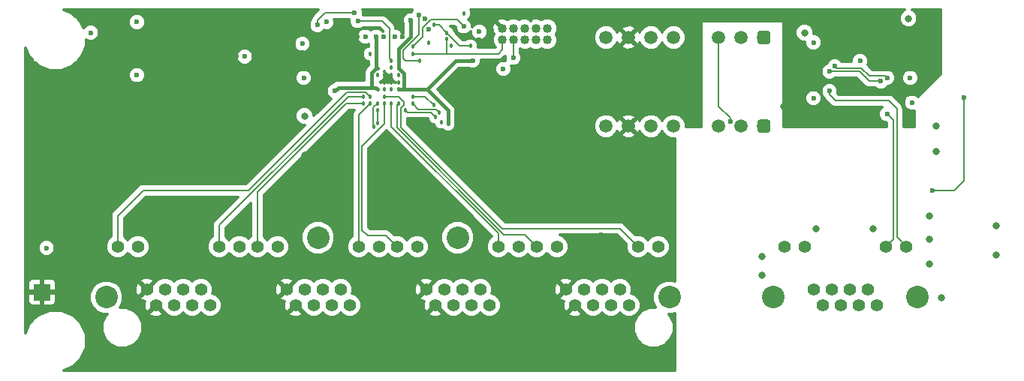
<source format=gbr>
G04 #@! TF.GenerationSoftware,KiCad,Pcbnew,6.0.0-rc1-unknown-106eaaa~84~ubuntu18.04.1*
G04 #@! TF.CreationDate,2018-11-27T01:39:18+00:00*
G04 #@! TF.ProjectId,proto-switch,70726f74-6f2d-4737-9769-7463682e6b69,1*
G04 #@! TF.SameCoordinates,Original*
G04 #@! TF.FileFunction,Copper,L4,Bot*
G04 #@! TF.FilePolarity,Positive*
%FSLAX46Y46*%
G04 Gerber Fmt 4.6, Leading zero omitted, Abs format (unit mm)*
G04 Created by KiCad (PCBNEW 6.0.0-rc1-unknown-106eaaa~84~ubuntu18.04.1) date Tue 27 Nov 2018 01:39:18 GMT*
%MOMM*%
%LPD*%
G01*
G04 APERTURE LIST*
G04 #@! TA.AperFunction,ComponentPad*
%ADD10C,1.400000*%
G04 #@! TD*
G04 #@! TA.AperFunction,ComponentPad*
%ADD11C,2.540000*%
G04 #@! TD*
G04 #@! TA.AperFunction,ComponentPad*
%ADD12R,1.900000X1.900000*%
G04 #@! TD*
G04 #@! TA.AperFunction,ComponentPad*
%ADD13C,1.016000*%
G04 #@! TD*
G04 #@! TA.AperFunction,ComponentPad*
%ADD14C,1.500000*%
G04 #@! TD*
G04 #@! TA.AperFunction,Conductor*
%ADD15C,0.100000*%
G04 #@! TD*
G04 #@! TA.AperFunction,ViaPad*
%ADD16C,0.500000*%
G04 #@! TD*
G04 #@! TA.AperFunction,ViaPad*
%ADD17C,0.800000*%
G04 #@! TD*
G04 #@! TA.AperFunction,ViaPad*
%ADD18C,0.600000*%
G04 #@! TD*
G04 #@! TA.AperFunction,ViaPad*
%ADD19C,0.457200*%
G04 #@! TD*
G04 #@! TA.AperFunction,Conductor*
%ADD20C,0.200000*%
G04 #@! TD*
G04 #@! TA.AperFunction,Conductor*
%ADD21C,0.400000*%
G04 #@! TD*
G04 #@! TA.AperFunction,Conductor*
%ADD22C,0.150000*%
G04 #@! TD*
G04 #@! TA.AperFunction,Conductor*
%ADD23C,0.127000*%
G04 #@! TD*
G04 #@! TA.AperFunction,Conductor*
%ADD24C,0.300000*%
G04 #@! TD*
G04 APERTURE END LIST*
D10*
G04 #@! TO.P,J302,8*
G04 #@! TO.N,/Ethernet/VB1*
X169544000Y-150182000D03*
G04 #@! TO.P,J302,6*
G04 #@! TO.N,Net-(J302-Pad6)*
X171576000Y-150182000D03*
G04 #@! TO.P,J302,4*
G04 #@! TO.N,/Ethernet/VB2*
X173608000Y-150182000D03*
G04 #@! TO.P,J302,2*
G04 #@! TO.N,Net-(J302-Pad2)*
X175640000Y-150182000D03*
G04 #@! TO.P,J302,7*
G04 #@! TO.N,/Ethernet/VB1*
X170560000Y-151960000D03*
G04 #@! TO.P,J302,5*
G04 #@! TO.N,/Ethernet/VB2*
X172592000Y-151960000D03*
G04 #@! TO.P,J302,3*
G04 #@! TO.N,Net-(J302-Pad3)*
X174624000Y-151960000D03*
G04 #@! TO.P,J302,1*
G04 #@! TO.N,Net-(J302-Pad1)*
X176656000Y-151960000D03*
G04 #@! TO.P,J302,12*
G04 #@! TO.N,Net-(J302-Pad12)*
X166242000Y-145356000D03*
G04 #@! TO.P,J302,9*
G04 #@! TO.N,/Ethernet/LINK_LED*
X179958000Y-145356000D03*
G04 #@! TO.P,J302,11*
G04 #@! TO.N,GND*
X168528000Y-145356000D03*
G04 #@! TO.P,J302,10*
G04 #@! TO.N,Net-(J302-Pad10)*
X177672000Y-145356000D03*
D11*
G04 #@! TO.P,J302,S1*
G04 #@! TO.N,CHASSIS*
X164972000Y-151071000D03*
G04 #@! TO.P,J302,S2*
G04 #@! TO.N,Net-(J302-PadS2)*
X181228000Y-151071000D03*
G04 #@! TD*
G04 #@! TO.P,J401,S3*
G04 #@! TO.N,Net-(J401-PadS3)*
X129378000Y-144340000D03*
G04 #@! TO.P,J401,S2*
G04 #@! TO.N,Net-(J401-PadS2)*
X113628000Y-144340000D03*
G04 #@! TO.P,J401,S4*
G04 #@! TO.N,CHASSIS*
X153250000Y-151071000D03*
D10*
G04 #@! TO.P,J401,4P3*
G04 #@! TO.N,/TGBe Ports/TX4+*
X146652000Y-151960000D03*
G04 #@! TO.P,J401,3P3*
G04 #@! TO.N,/TGBe Ports/TX3+*
X130902000Y-151960000D03*
G04 #@! TO.P,J401,2P3*
G04 #@! TO.N,/TGBe Ports/TX2+*
X115152000Y-151960000D03*
G04 #@! TO.P,J401,4P12*
G04 #@! TO.N,/TGBe Ports/P4_LED2*
X138270000Y-145356000D03*
G04 #@! TO.P,J401,3P12*
G04 #@! TO.N,/TGBe Ports/P3_LED2*
X122520000Y-145356000D03*
G04 #@! TO.P,J401,2P12*
G04 #@! TO.N,/TGBe Ports/P2_LED2*
X106770000Y-145356000D03*
G04 #@! TO.P,J401,4P11*
G04 #@! TO.N,Net-(J401-Pad4P11)*
X140556000Y-145356000D03*
G04 #@! TO.P,J401,3P11*
G04 #@! TO.N,Net-(J401-Pad3P11)*
X124806000Y-145356000D03*
G04 #@! TO.P,J401,2P11*
G04 #@! TO.N,Net-(J401-Pad2P11)*
X109056000Y-145356000D03*
G04 #@! TO.P,J401,4P10*
G04 #@! TO.N,/TGBe Ports/P4_LED1*
X149700000Y-145356000D03*
G04 #@! TO.P,J401,3P10*
G04 #@! TO.N,/TGBe Ports/P3_LED1*
X133950000Y-145356000D03*
G04 #@! TO.P,J401,2P10*
G04 #@! TO.N,/TGBe Ports/P2_LED1*
X118200000Y-145356000D03*
G04 #@! TO.P,J401,4P7*
G04 #@! TO.N,GND*
X142588000Y-151960000D03*
G04 #@! TO.P,J401,3P7*
X126838000Y-151960000D03*
G04 #@! TO.P,J401,2P7*
X111088000Y-151960000D03*
G04 #@! TO.P,J401,4P5*
G04 #@! TO.N,24v*
X144620000Y-151960000D03*
G04 #@! TO.P,J401,3P5*
X128870000Y-151960000D03*
G04 #@! TO.P,J401,2P5*
X113120000Y-151960000D03*
G04 #@! TO.P,J401,4P9*
G04 #@! TO.N,Net-(J401-Pad4P9)*
X151986000Y-145356000D03*
G04 #@! TO.P,J401,3P9*
G04 #@! TO.N,Net-(J401-Pad3P9)*
X136236000Y-145356000D03*
G04 #@! TO.P,J401,2P9*
G04 #@! TO.N,Net-(J401-Pad2P9)*
X120486000Y-145356000D03*
G04 #@! TO.P,J401,4P8*
G04 #@! TO.N,GND*
X141572000Y-150182000D03*
G04 #@! TO.P,J401,3P8*
X125822000Y-150182000D03*
G04 #@! TO.P,J401,2P8*
X110072000Y-150182000D03*
G04 #@! TO.P,J401,4P6*
G04 #@! TO.N,/TGBe Ports/TX4-*
X143604000Y-150182000D03*
G04 #@! TO.P,J401,3P6*
G04 #@! TO.N,/TGBe Ports/TX3-*
X127854000Y-150182000D03*
G04 #@! TO.P,J401,2P6*
G04 #@! TO.N,/TGBe Ports/TX2-*
X112104000Y-150182000D03*
G04 #@! TO.P,J401,4P1*
G04 #@! TO.N,/TGBe Ports/RX4+*
X148684000Y-151960000D03*
G04 #@! TO.P,J401,3P1*
G04 #@! TO.N,/TGBe Ports/RX3+*
X132934000Y-151960000D03*
G04 #@! TO.P,J401,2P1*
G04 #@! TO.N,/TGBe Ports/RX2+*
X117184000Y-151960000D03*
G04 #@! TO.P,J401,4P4*
G04 #@! TO.N,24v*
X145636000Y-150182000D03*
G04 #@! TO.P,J401,3P4*
X129886000Y-150182000D03*
G04 #@! TO.P,J401,2P4*
X114136000Y-150182000D03*
G04 #@! TO.P,J401,4P2*
G04 #@! TO.N,/TGBe Ports/RX4-*
X147668000Y-150182000D03*
G04 #@! TO.P,J401,3P2*
G04 #@! TO.N,/TGBe Ports/RX3-*
X131918000Y-150182000D03*
G04 #@! TO.P,J401,2P2*
G04 #@! TO.N,/TGBe Ports/RX2-*
X116168000Y-150182000D03*
G04 #@! TO.P,J401,1P8*
G04 #@! TO.N,GND*
X94322000Y-150182000D03*
G04 #@! TO.P,J401,1P6*
G04 #@! TO.N,/TGBe Ports/TX1-*
X96354000Y-150182000D03*
G04 #@! TO.P,J401,1P4*
G04 #@! TO.N,24v*
X98386000Y-150182000D03*
G04 #@! TO.P,J401,1P2*
G04 #@! TO.N,/TGBe Ports/RX1-*
X100418000Y-150182000D03*
G04 #@! TO.P,J401,1P7*
G04 #@! TO.N,GND*
X95338000Y-151960000D03*
G04 #@! TO.P,J401,1P5*
G04 #@! TO.N,24v*
X97370000Y-151960000D03*
G04 #@! TO.P,J401,1P3*
G04 #@! TO.N,/TGBe Ports/TX1+*
X99402000Y-151960000D03*
G04 #@! TO.P,J401,1P1*
G04 #@! TO.N,/TGBe Ports/RX1+*
X101434000Y-151960000D03*
G04 #@! TO.P,J401,1P12*
G04 #@! TO.N,/TGBe Ports/P1_LED2*
X91020000Y-145356000D03*
G04 #@! TO.P,J401,1P9*
G04 #@! TO.N,Net-(J401-Pad1P9)*
X104736000Y-145356000D03*
G04 #@! TO.P,J401,1P11*
G04 #@! TO.N,Net-(J401-Pad1P11)*
X93306000Y-145356000D03*
G04 #@! TO.P,J401,1P10*
G04 #@! TO.N,/TGBe Ports/P1_LED1*
X102450000Y-145356000D03*
D11*
G04 #@! TO.P,J401,S1*
G04 #@! TO.N,Net-(J401-PadS1)*
X89750000Y-151071000D03*
G04 #@! TD*
D12*
G04 #@! TO.P,J501,1*
G04 #@! TO.N,GND*
X82500000Y-150500000D03*
G04 #@! TD*
D13*
G04 #@! TO.P,J201,10*
G04 #@! TO.N,/iCE40/FLASH_SDO*
X134410000Y-122000000D03*
G04 #@! TO.P,J201,9*
G04 #@! TO.N,GND*
X134410000Y-120730000D03*
G04 #@! TO.P,J201,8*
G04 #@! TO.N,/iCE40/CRESET_B*
X135680000Y-122000000D03*
G04 #@! TO.P,J201,7*
G04 #@! TO.N,Net-(J201-Pad7)*
X135680000Y-120730000D03*
G04 #@! TO.P,J201,6*
G04 #@! TO.N,/iCE40/FLASH_SS*
X136950000Y-122000000D03*
G04 #@! TO.P,J201,5*
G04 #@! TO.N,GND*
X136950000Y-120730000D03*
G04 #@! TO.P,J201,4*
G04 #@! TO.N,/iCE40/FLASH_SCK*
X138220000Y-122000000D03*
G04 #@! TO.P,J201,3*
G04 #@! TO.N,GND*
X138220000Y-120730000D03*
G04 #@! TO.P,J201,2*
G04 #@! TO.N,/iCE40/FLASH_SDI*
X139490000Y-122000000D03*
G04 #@! TO.P,J201,1*
G04 #@! TO.N,3v3*
X139490000Y-120730000D03*
G04 #@! TD*
D14*
G04 #@! TO.P,IC503,8*
G04 #@! TO.N,Net-(IC503-Pad8)*
X146110000Y-131750000D03*
G04 #@! TO.P,IC503,7*
G04 #@! TO.N,GND*
X148650000Y-131750000D03*
G04 #@! TO.P,IC503,6*
G04 #@! TO.N,24v*
X151190000Y-131750000D03*
G04 #@! TO.P,IC503,5*
G04 #@! TO.N,Net-(IC503-Pad5)*
X153730000Y-131750000D03*
G04 #@! TO.P,IC503,3*
G04 #@! TO.N,Net-(IC503-Pad3)*
X158810000Y-131750000D03*
G04 #@! TO.P,IC503,2*
G04 #@! TO.N,/Ethernet/48VDC*
X161350000Y-131750000D03*
D15*
G04 #@! TD*
G04 #@! TO.N,/Ethernet/0VDC*
G04 #@! TO.C,IC503*
G36*
X164301756Y-131001806D02*
X164338159Y-131007206D01*
X164373857Y-131016147D01*
X164408506Y-131028545D01*
X164441774Y-131044280D01*
X164473339Y-131063199D01*
X164502897Y-131085121D01*
X164530165Y-131109835D01*
X164554879Y-131137103D01*
X164576801Y-131166661D01*
X164595720Y-131198226D01*
X164611455Y-131231494D01*
X164623853Y-131266143D01*
X164632794Y-131301841D01*
X164638194Y-131338244D01*
X164640000Y-131375000D01*
X164640000Y-132125000D01*
X164638194Y-132161756D01*
X164632794Y-132198159D01*
X164623853Y-132233857D01*
X164611455Y-132268506D01*
X164595720Y-132301774D01*
X164576801Y-132333339D01*
X164554879Y-132362897D01*
X164530165Y-132390165D01*
X164502897Y-132414879D01*
X164473339Y-132436801D01*
X164441774Y-132455720D01*
X164408506Y-132471455D01*
X164373857Y-132483853D01*
X164338159Y-132492794D01*
X164301756Y-132498194D01*
X164265000Y-132500000D01*
X163515000Y-132500000D01*
X163478244Y-132498194D01*
X163441841Y-132492794D01*
X163406143Y-132483853D01*
X163371494Y-132471455D01*
X163338226Y-132455720D01*
X163306661Y-132436801D01*
X163277103Y-132414879D01*
X163249835Y-132390165D01*
X163225121Y-132362897D01*
X163203199Y-132333339D01*
X163184280Y-132301774D01*
X163168545Y-132268506D01*
X163156147Y-132233857D01*
X163147206Y-132198159D01*
X163141806Y-132161756D01*
X163140000Y-132125000D01*
X163140000Y-131375000D01*
X163141806Y-131338244D01*
X163147206Y-131301841D01*
X163156147Y-131266143D01*
X163168545Y-131231494D01*
X163184280Y-131198226D01*
X163203199Y-131166661D01*
X163225121Y-131137103D01*
X163249835Y-131109835D01*
X163277103Y-131085121D01*
X163306661Y-131063199D01*
X163338226Y-131044280D01*
X163371494Y-131028545D01*
X163406143Y-131016147D01*
X163441841Y-131007206D01*
X163478244Y-131001806D01*
X163515000Y-131000000D01*
X164265000Y-131000000D01*
X164301756Y-131001806D01*
X164301756Y-131001806D01*
G37*
D14*
G04 #@! TO.P,IC503,1*
G04 #@! TO.N,/Ethernet/0VDC*
X163890000Y-131750000D03*
G04 #@! TD*
G04 #@! TO.P,IC501,8*
G04 #@! TO.N,Net-(IC501-Pad8)*
X146110000Y-121750000D03*
G04 #@! TO.P,IC501,7*
G04 #@! TO.N,GND*
X148650000Y-121750000D03*
G04 #@! TO.P,IC501,6*
G04 #@! TO.N,3v3*
X151190000Y-121750000D03*
G04 #@! TO.P,IC501,5*
G04 #@! TO.N,Net-(IC501-Pad5)*
X153730000Y-121750000D03*
G04 #@! TO.P,IC501,3*
G04 #@! TO.N,Net-(IC501-Pad3)*
X158810000Y-121750000D03*
G04 #@! TO.P,IC501,2*
G04 #@! TO.N,/Ethernet/48VDC*
X161350000Y-121750000D03*
D15*
G04 #@! TD*
G04 #@! TO.N,/Ethernet/0VDC*
G04 #@! TO.C,IC501*
G36*
X164301756Y-121001806D02*
X164338159Y-121007206D01*
X164373857Y-121016147D01*
X164408506Y-121028545D01*
X164441774Y-121044280D01*
X164473339Y-121063199D01*
X164502897Y-121085121D01*
X164530165Y-121109835D01*
X164554879Y-121137103D01*
X164576801Y-121166661D01*
X164595720Y-121198226D01*
X164611455Y-121231494D01*
X164623853Y-121266143D01*
X164632794Y-121301841D01*
X164638194Y-121338244D01*
X164640000Y-121375000D01*
X164640000Y-122125000D01*
X164638194Y-122161756D01*
X164632794Y-122198159D01*
X164623853Y-122233857D01*
X164611455Y-122268506D01*
X164595720Y-122301774D01*
X164576801Y-122333339D01*
X164554879Y-122362897D01*
X164530165Y-122390165D01*
X164502897Y-122414879D01*
X164473339Y-122436801D01*
X164441774Y-122455720D01*
X164408506Y-122471455D01*
X164373857Y-122483853D01*
X164338159Y-122492794D01*
X164301756Y-122498194D01*
X164265000Y-122500000D01*
X163515000Y-122500000D01*
X163478244Y-122498194D01*
X163441841Y-122492794D01*
X163406143Y-122483853D01*
X163371494Y-122471455D01*
X163338226Y-122455720D01*
X163306661Y-122436801D01*
X163277103Y-122414879D01*
X163249835Y-122390165D01*
X163225121Y-122362897D01*
X163203199Y-122333339D01*
X163184280Y-122301774D01*
X163168545Y-122268506D01*
X163156147Y-122233857D01*
X163147206Y-122198159D01*
X163141806Y-122161756D01*
X163140000Y-122125000D01*
X163140000Y-121375000D01*
X163141806Y-121338244D01*
X163147206Y-121301841D01*
X163156147Y-121266143D01*
X163168545Y-121231494D01*
X163184280Y-121198226D01*
X163203199Y-121166661D01*
X163225121Y-121137103D01*
X163249835Y-121109835D01*
X163277103Y-121085121D01*
X163306661Y-121063199D01*
X163338226Y-121044280D01*
X163371494Y-121028545D01*
X163406143Y-121016147D01*
X163441841Y-121007206D01*
X163478244Y-121001806D01*
X163515000Y-121000000D01*
X164265000Y-121000000D01*
X164301756Y-121001806D01*
X164301756Y-121001806D01*
G37*
D14*
G04 #@! TO.P,IC501,1*
G04 #@! TO.N,/Ethernet/0VDC*
X163890000Y-121750000D03*
G04 #@! TD*
D16*
G04 #@! TO.N,GND*
G04 #@! TO.C,IC301*
X174600000Y-126900000D03*
X173400000Y-126900000D03*
X174600000Y-128100000D03*
X173400000Y-128100000D03*
G04 #@! TD*
D17*
G04 #@! TO.N,GND*
X166100000Y-129500000D03*
D18*
X170100000Y-131100000D03*
X180400000Y-127500000D03*
D17*
X175100000Y-119600000D03*
X180400000Y-131500000D03*
X89500000Y-147100000D03*
D18*
X105800000Y-142400000D03*
X121600000Y-142400000D03*
X137300000Y-142400000D03*
X150300000Y-143100000D03*
X98400000Y-144000000D03*
X98400000Y-141200000D03*
X116800000Y-143900000D03*
X116800000Y-141200000D03*
X126200000Y-143900000D03*
X126200000Y-141200000D03*
X145600000Y-144000000D03*
X145600000Y-141200000D03*
D19*
X121100000Y-126000000D03*
X121100000Y-126800000D03*
X121900000Y-126800000D03*
X122700000Y-126800000D03*
X121900000Y-126000000D03*
D18*
X88350000Y-122450000D03*
X88350000Y-125150000D03*
X110100000Y-123900000D03*
X105700000Y-127250000D03*
X116300000Y-120800000D03*
X118050000Y-121650000D03*
X121050000Y-121650000D03*
X123150000Y-121650000D03*
X109500000Y-128000000D03*
X113100000Y-128000000D03*
X111850000Y-123400000D03*
D19*
X129100000Y-133100000D03*
X128300000Y-135900000D03*
X129500000Y-135900000D03*
D18*
X104450000Y-123900000D03*
X103000000Y-120500000D03*
X143000000Y-119300000D03*
X143000000Y-124800000D03*
X126100000Y-120800000D03*
X131800000Y-122000000D03*
D19*
X128650000Y-122700000D03*
D18*
X133500000Y-124450000D03*
D17*
X81000000Y-127000000D03*
X88000000Y-159000000D03*
X93000000Y-159000000D03*
X98000000Y-159000000D03*
X103000000Y-159000000D03*
X108000000Y-159000000D03*
X113000000Y-159000000D03*
X118000000Y-159000000D03*
X123000000Y-159000000D03*
X128000000Y-159000000D03*
X133000000Y-159000000D03*
X138000000Y-159000000D03*
X143000000Y-159000000D03*
X148000000Y-159000000D03*
X153000000Y-159000000D03*
X87000000Y-119000000D03*
X133000000Y-119000000D03*
X138000000Y-119000000D03*
X148000000Y-119000000D03*
X183000000Y-120000000D03*
X114000000Y-135500000D03*
X107000000Y-131000000D03*
X102000000Y-131000000D03*
X97000000Y-131000000D03*
X100500000Y-141500000D03*
X121000000Y-138000000D03*
X114900000Y-140600000D03*
X103000000Y-152500000D03*
X118800000Y-152400000D03*
X134500000Y-152500000D03*
X143500000Y-141300000D03*
X145800000Y-138400000D03*
X141500000Y-137700000D03*
X130400000Y-137700000D03*
X134500000Y-131500000D03*
X81000000Y-132000000D03*
X81000000Y-137000000D03*
X81000000Y-142000000D03*
X95200000Y-120600000D03*
X109400000Y-120600000D03*
X99000000Y-137600000D03*
X104400000Y-137600000D03*
X109800000Y-137600000D03*
X96400000Y-140400000D03*
D18*
X92450000Y-141950000D03*
X174700000Y-121900000D03*
X179800000Y-124800000D03*
X178300000Y-124400000D03*
X128000000Y-140900000D03*
D17*
X124300000Y-141200000D03*
D18*
X138100000Y-125300000D03*
D17*
X112100000Y-135000000D03*
D18*
X156100000Y-131000000D03*
X91700000Y-129500000D03*
X91700000Y-139800000D03*
G04 #@! TO.N,3v3*
X180400000Y-126300000D03*
D17*
X180200000Y-119600000D03*
X168500000Y-121200000D03*
D18*
X83000000Y-145500000D03*
D19*
X121900000Y-127600000D03*
X122700000Y-126000000D03*
X121100000Y-127600000D03*
X121850000Y-125150000D03*
X119500000Y-123600000D03*
X120300000Y-126000000D03*
D18*
X88000000Y-121200000D03*
X93200000Y-120000000D03*
X93200000Y-126000000D03*
X111850000Y-122450000D03*
X118950000Y-121650000D03*
X122250000Y-121650000D03*
X112000000Y-126300000D03*
D19*
X127500000Y-131300000D03*
D18*
X105350000Y-123900000D03*
X114550000Y-120000000D03*
D19*
X126100000Y-122300000D03*
D18*
X131800000Y-121100000D03*
X125700000Y-119600000D03*
D19*
X130050000Y-119000000D03*
D18*
X174750000Y-124400000D03*
X134500000Y-125300000D03*
D17*
X112100000Y-130600000D03*
D18*
X180600000Y-129100000D03*
D19*
G04 #@! TO.N,1v2*
X122700000Y-127600000D03*
X120300000Y-127600000D03*
X120300000Y-125200000D03*
X122700000Y-125200000D03*
D18*
X120150000Y-121650000D03*
X115500000Y-127800000D03*
D19*
X128300000Y-131500000D03*
D18*
X124100000Y-119800000D03*
X131050000Y-124350000D03*
G04 #@! TO.N,Net-(C301-Pad1)*
X169500000Y-128600000D03*
X169500000Y-122300000D03*
D17*
G04 #@! TO.N,/Ethernet/VB1*
X183900000Y-151100000D03*
G04 #@! TO.N,/Ethernet/VB2*
X182600000Y-147300000D03*
G04 #@! TO.N,/Ethernet/VA1*
X176200000Y-143300000D03*
X163700000Y-148600000D03*
X182600000Y-144500000D03*
G04 #@! TO.N,/Ethernet/VA2*
X169800000Y-143300000D03*
X163700000Y-146500000D03*
X182600000Y-141900000D03*
G04 #@! TO.N,Net-(C313-Pad2)*
X190100000Y-146300000D03*
X190100000Y-143000000D03*
D19*
G04 #@! TO.N,/iCE40/FLASH_IO2*
X124350000Y-122750000D03*
D18*
X130050000Y-120500000D03*
D19*
G04 #@! TO.N,/iCE40/FLASH_SDO*
X124300000Y-123600000D03*
X128150000Y-121900000D03*
G04 #@! TO.N,/iCE40/FLASH_SS*
X128150000Y-121250000D03*
X130800000Y-122700000D03*
X126650000Y-120350000D03*
D18*
G04 #@! TO.N,/iCE40/CRESET_B*
X113550000Y-120350000D03*
X117750000Y-118950000D03*
D19*
X125100000Y-124400000D03*
D18*
X135650000Y-124050000D03*
X125000000Y-119250000D03*
D19*
G04 #@! TO.N,/iCE40/CDONE*
X121900000Y-124400000D03*
D18*
X118100000Y-119900000D03*
D19*
G04 #@! TO.N,/TGBe Ports/P4_LED1*
X121100000Y-128400000D03*
G04 #@! TO.N,/TGBe Ports/P3_LED2*
X121100000Y-129200000D03*
G04 #@! TO.N,/TGBe Ports/P1_LED2*
X119500000Y-128400000D03*
G04 #@! TO.N,/TGBe Ports/P2_LED2*
X118700000Y-129200000D03*
G04 #@! TO.N,/TGBe Ports/P1_LED1*
X118700000Y-128400000D03*
G04 #@! TO.N,/TGBe Ports/P3_LED1*
X121900000Y-129200000D03*
G04 #@! TO.N,/TGBe Ports/P4_LED2*
X122700000Y-129200000D03*
G04 #@! TO.N,/TGBe Ports/P2_LED1*
X119500000Y-129200000D03*
G04 #@! TO.N,/TGBe Ports/RD2+*
X120300000Y-130000000D03*
X120350000Y-131400000D03*
G04 #@! TO.N,/TGBe Ports/RD2-*
X120300000Y-129200000D03*
X119900000Y-131850000D03*
D18*
G04 #@! TO.N,/Ethernet/MDC*
X177100000Y-126700000D03*
X171300000Y-125600000D03*
G04 #@! TO.N,/Ethernet/MDIO*
X177800000Y-126300000D03*
X171900000Y-125000000D03*
G04 #@! TO.N,/Power/48VPG*
X186500000Y-128500000D03*
D17*
G04 #@! TO.N,/Ethernet/48VDC*
X183300000Y-134600000D03*
D19*
G04 #@! TO.N,/Ethernet/TXD0*
X126650000Y-129350000D03*
X124300000Y-128400000D03*
D18*
G04 #@! TO.N,/Ethernet/LINK_LED*
X171300000Y-127800000D03*
D19*
G04 #@! TO.N,/iCE40/PHY_~RST*
X124300000Y-129200000D03*
X127300000Y-130200000D03*
G04 #@! TO.N,/iCE40/ETH_LED*
X126850000Y-130700000D03*
X123500000Y-130000000D03*
D18*
G04 #@! TO.N,/Power/48VPG*
X182900000Y-139000000D03*
D17*
G04 #@! TO.N,/Ethernet/0VDC*
X183300000Y-131700000D03*
D18*
G04 #@! TO.N,Net-(IC501-Pad3)*
X160100000Y-131200000D03*
G04 #@! TO.N,Net-(J302-Pad10)*
X177800000Y-130400000D03*
G04 #@! TD*
D20*
G04 #@! TO.N,1v2*
X120150000Y-125050000D02*
X120300000Y-125200000D01*
D21*
X123300000Y-125800000D02*
X122700000Y-125200000D01*
X120150000Y-121650000D02*
X120150000Y-122400000D01*
X120150000Y-124700000D02*
X120150000Y-125050000D01*
X120150000Y-124700000D02*
X120150000Y-124950000D01*
X120150000Y-122400000D02*
X120150000Y-124700000D01*
X128300000Y-131500000D02*
X128300000Y-130000000D01*
X123300000Y-125800000D02*
X123300000Y-127600000D01*
X125900000Y-127600000D02*
X123300000Y-127600000D01*
X123300000Y-127600000D02*
X122700000Y-127600000D01*
X126100000Y-127800000D02*
X125900000Y-127600000D01*
X120100000Y-127400000D02*
X120300000Y-127600000D01*
X115500000Y-127800000D02*
X115900000Y-127400000D01*
X119700000Y-127400000D02*
X119700000Y-125700000D01*
X119700000Y-127400000D02*
X120100000Y-127400000D01*
X115900000Y-127400000D02*
X119700000Y-127400000D01*
X120200000Y-125200000D02*
X120300000Y-125200000D01*
X120150000Y-125250000D02*
X120000000Y-125400000D01*
X120150000Y-124700000D02*
X120150000Y-125250000D01*
X119700000Y-125700000D02*
X120000000Y-125400000D01*
X120000000Y-125400000D02*
X120200000Y-125200000D01*
X128300000Y-130000000D02*
X126100000Y-127800000D01*
X122700000Y-125200000D02*
X122700000Y-123050000D01*
X124100000Y-121650000D02*
X124100000Y-119800000D01*
X122700000Y-123050000D02*
X124100000Y-121650000D01*
X129150000Y-124350000D02*
X125900000Y-127600000D01*
X129150000Y-124350000D02*
X131050000Y-124350000D01*
D22*
G04 #@! TO.N,/iCE40/FLASH_IO2*
X124350000Y-122750000D02*
X125450000Y-121650000D01*
X125450000Y-121650000D02*
X125450000Y-120650000D01*
X125450000Y-120650000D02*
X126350000Y-119750000D01*
X126350000Y-119750000D02*
X129300000Y-119750000D01*
X129300000Y-119750000D02*
X130050000Y-120500000D01*
G04 #@! TO.N,/iCE40/FLASH_SDO*
X124300000Y-123600000D02*
X127300000Y-123600000D01*
X128150000Y-122750000D02*
X128150000Y-121900000D01*
X128250000Y-122000000D02*
X128150000Y-121900000D01*
X128150000Y-122750000D02*
X128150000Y-123600000D01*
X132460000Y-123600000D02*
X128150000Y-123600000D01*
X128150000Y-123600000D02*
X127300000Y-123600000D01*
X134410000Y-122000000D02*
X134410000Y-123140000D01*
X133950000Y-123600000D02*
X132460000Y-123600000D01*
X134410000Y-123140000D02*
X133950000Y-123600000D01*
G04 #@! TO.N,/iCE40/FLASH_SS*
X129600000Y-122700000D02*
X130800000Y-122700000D01*
X128150000Y-121250000D02*
X129600000Y-122700000D01*
D20*
X128150000Y-121250000D02*
X127250000Y-120350000D01*
X127250000Y-120350000D02*
X126650000Y-120350000D01*
D22*
G04 #@! TO.N,/iCE40/CRESET_B*
X113550000Y-120350000D02*
X113550000Y-119800000D01*
X113550000Y-119800000D02*
X114400000Y-118950000D01*
X114400000Y-118950000D02*
X117750000Y-118950000D01*
D23*
X123200000Y-123200000D02*
X123450000Y-122950000D01*
X123200000Y-124150000D02*
X123200000Y-123200000D01*
X125100000Y-124400000D02*
X123450000Y-124400000D01*
X123450000Y-124400000D02*
X123200000Y-124150000D01*
X123450000Y-122950000D02*
X125000000Y-121400000D01*
D22*
X135680000Y-122000000D02*
X135680000Y-123570000D01*
X135680000Y-124020000D02*
X135680000Y-123570000D01*
X135650000Y-124050000D02*
X135680000Y-124020000D01*
X125000000Y-119250000D02*
X125000000Y-121400000D01*
G04 #@! TO.N,/iCE40/CDONE*
X121900000Y-124400000D02*
X121650000Y-124150000D01*
X121650000Y-124150000D02*
X121650000Y-120700000D01*
X120850000Y-119900000D02*
X121650000Y-120700000D01*
X118100000Y-119900000D02*
X120850000Y-119900000D01*
D20*
G04 #@! TO.N,/TGBe Ports/P1_LED1*
X118700000Y-128400000D02*
X117000000Y-128400000D01*
X102450000Y-142950000D02*
X102450000Y-145356000D01*
X117000000Y-128400000D02*
X102450000Y-142950000D01*
G04 #@! TO.N,/TGBe Ports/P2_LED2*
X106770000Y-139230000D02*
X106770000Y-145356000D01*
X118700000Y-129200000D02*
X116800000Y-129200000D01*
X116800000Y-129200000D02*
X106770000Y-139230000D01*
D22*
G04 #@! TO.N,/TGBe Ports/P3_LED1*
X121900000Y-129200000D02*
X121900000Y-131800000D01*
X133950000Y-143850000D02*
X133950000Y-145356000D01*
X121900000Y-131800000D02*
X133950000Y-143850000D01*
G04 #@! TO.N,/TGBe Ports/P3_LED2*
X121100000Y-129200000D02*
X121100000Y-131500000D01*
X121100000Y-131500000D02*
X118600000Y-134000000D01*
X118600000Y-134000000D02*
X118600000Y-143500000D01*
X118600000Y-143500000D02*
X119200000Y-144100000D01*
X121264000Y-144100000D02*
X122520000Y-145356000D01*
X119200000Y-144100000D02*
X121264000Y-144100000D01*
D20*
G04 #@! TO.N,/TGBe Ports/P1_LED2*
X91020000Y-141880000D02*
X91020000Y-145356000D01*
X93900000Y-139000000D02*
X91020000Y-141880000D01*
X105800000Y-139000000D02*
X93900000Y-139000000D01*
X116900000Y-127900000D02*
X105800000Y-139000000D01*
X119500000Y-128400000D02*
X119000000Y-127900000D01*
X119000000Y-127900000D02*
X116900000Y-127900000D01*
D22*
G04 #@! TO.N,/TGBe Ports/P4_LED1*
X147644000Y-143300000D02*
X149700000Y-145356000D01*
X134400000Y-143300000D02*
X147644000Y-143300000D01*
X122700000Y-128400000D02*
X123300000Y-129000000D01*
X123300000Y-129400000D02*
X123000000Y-129700000D01*
X121100000Y-128400000D02*
X122700000Y-128400000D01*
X123000000Y-131900000D02*
X134400000Y-143300000D01*
X123000000Y-129700000D02*
X123000000Y-131900000D01*
X123300000Y-129000000D02*
X123300000Y-129400000D01*
G04 #@! TO.N,/TGBe Ports/P4_LED2*
X122700000Y-129200000D02*
X122500000Y-129400000D01*
X122500000Y-129400000D02*
X122500000Y-131900000D01*
X122500000Y-131900000D02*
X134600000Y-144000000D01*
X136914000Y-144000000D02*
X138270000Y-145356000D01*
X134600000Y-144000000D02*
X136914000Y-144000000D01*
D20*
G04 #@! TO.N,/TGBe Ports/P2_LED1*
X119500000Y-129200000D02*
X118900000Y-129800000D01*
X118200000Y-130500000D02*
X118900000Y-129800000D01*
X118200000Y-145356000D02*
X118200000Y-130500000D01*
D23*
G04 #@! TO.N,/TGBe Ports/RD2+*
X120300000Y-130000000D02*
X120300000Y-131350000D01*
X120300000Y-131350000D02*
X120350000Y-131400000D01*
G04 #@! TO.N,/TGBe Ports/RD2-*
X120300000Y-129200000D02*
X119850000Y-129650000D01*
X119850000Y-129650000D02*
X119850000Y-131800000D01*
X119850000Y-131800000D02*
X119900000Y-131850000D01*
D20*
G04 #@! TO.N,/Ethernet/MDC*
X177100000Y-126700000D02*
X175800000Y-126700000D01*
X175800000Y-126700000D02*
X174700000Y-125600000D01*
X174700000Y-125600000D02*
X171300000Y-125600000D01*
G04 #@! TO.N,/Ethernet/MDIO*
X177800000Y-126300000D02*
X177600000Y-126100000D01*
X177600000Y-126100000D02*
X175800000Y-126100000D01*
X175800000Y-126100000D02*
X174900000Y-125200000D01*
X174900000Y-125200000D02*
X172100000Y-125200000D01*
X172100000Y-125200000D02*
X171900000Y-125000000D01*
D23*
G04 #@! TO.N,/Ethernet/TXD0*
X125700000Y-128400000D02*
X126650000Y-129350000D01*
X124300000Y-128400000D02*
X125700000Y-128400000D01*
D22*
G04 #@! TO.N,/iCE40/PHY_~RST*
X127300000Y-130200000D02*
X126950000Y-129850000D01*
X124950000Y-129850000D02*
X124300000Y-129200000D01*
X126950000Y-129850000D02*
X124950000Y-129850000D01*
G04 #@! TO.N,/iCE40/ETH_LED*
X126850000Y-130700000D02*
X126350000Y-130200000D01*
X123700000Y-130200000D02*
X123500000Y-130000000D01*
X126350000Y-130200000D02*
X123700000Y-130200000D01*
D20*
G04 #@! TO.N,/Power/48VPG*
X186500000Y-137900000D02*
X186500000Y-128500000D01*
X185400000Y-139000000D02*
X186500000Y-137900000D01*
X182900000Y-139000000D02*
X185400000Y-139000000D01*
G04 #@! TO.N,Net-(IC501-Pad3)*
X158810000Y-121750000D02*
X158810000Y-129510000D01*
X158810000Y-129510000D02*
X160100000Y-130800000D01*
X160100000Y-131200000D02*
X160100000Y-130800000D01*
G04 #@! TO.N,Net-(J302-Pad10)*
X177672000Y-145356000D02*
X178500000Y-144528000D01*
X178500000Y-131100000D02*
X177800000Y-130400000D01*
X178500000Y-144528000D02*
X178500000Y-131100000D01*
G04 #@! TO.N,/Ethernet/LINK_LED*
X178900000Y-129800000D02*
X178900000Y-144298000D01*
X178000000Y-128900000D02*
X178900000Y-129800000D01*
X172000000Y-128900000D02*
X178000000Y-128900000D01*
X178900000Y-144298000D02*
X179958000Y-145356000D01*
X171300000Y-127800000D02*
X171300000Y-128200000D01*
X171300000Y-128200000D02*
X172000000Y-128900000D01*
G04 #@! TD*
D24*
G04 #@! TO.N,GND*
G36*
X113087836Y-119236860D02*
X113027306Y-119277305D01*
X112986860Y-119337836D01*
X112986858Y-119337838D01*
X112937950Y-119411033D01*
X112867065Y-119517119D01*
X112825000Y-119728596D01*
X112825000Y-119728600D01*
X112824281Y-119732216D01*
X112744629Y-119811868D01*
X112600000Y-120161033D01*
X112600000Y-120538967D01*
X112744629Y-120888132D01*
X113011868Y-121155371D01*
X113361033Y-121300000D01*
X113738967Y-121300000D01*
X114088132Y-121155371D01*
X114313282Y-120930221D01*
X114361033Y-120950000D01*
X114738967Y-120950000D01*
X115088132Y-120805371D01*
X115355371Y-120538132D01*
X115500000Y-120188967D01*
X115500000Y-119811033D01*
X115443653Y-119675000D01*
X117131497Y-119675000D01*
X117155134Y-119698637D01*
X117150000Y-119711033D01*
X117150000Y-120088967D01*
X117294629Y-120438132D01*
X117561868Y-120705371D01*
X117911033Y-120850000D01*
X118288967Y-120850000D01*
X118638132Y-120705371D01*
X118718503Y-120625000D01*
X120549696Y-120625000D01*
X120925001Y-121000306D01*
X120925001Y-121081498D01*
X120688132Y-120844629D01*
X120338967Y-120700000D01*
X119961033Y-120700000D01*
X119611868Y-120844629D01*
X119550000Y-120906497D01*
X119488132Y-120844629D01*
X119138967Y-120700000D01*
X118761033Y-120700000D01*
X118411868Y-120844629D01*
X118144629Y-121111868D01*
X118000000Y-121461033D01*
X118000000Y-121838967D01*
X118144629Y-122188132D01*
X118411868Y-122455371D01*
X118761033Y-122600000D01*
X119138967Y-122600000D01*
X119300000Y-122533298D01*
X119300000Y-122731853D01*
X119002313Y-122855159D01*
X118755159Y-123102313D01*
X118621400Y-123425236D01*
X118621400Y-123774764D01*
X118755159Y-124097687D01*
X119002313Y-124344841D01*
X119300001Y-124468147D01*
X119300001Y-124616281D01*
X119300000Y-124616286D01*
X119300000Y-124897919D01*
X119158156Y-125039763D01*
X119087185Y-125087184D01*
X119039764Y-125158155D01*
X118899319Y-125368347D01*
X118833348Y-125700000D01*
X118850001Y-125783718D01*
X118850000Y-126550000D01*
X115983713Y-126550000D01*
X115899999Y-126533348D01*
X115816285Y-126550000D01*
X115568347Y-126599318D01*
X115287184Y-126787184D01*
X115239759Y-126858160D01*
X115203292Y-126894628D01*
X114961868Y-126994629D01*
X114694629Y-127261868D01*
X114550000Y-127611033D01*
X114550000Y-127988967D01*
X114694629Y-128338132D01*
X114961868Y-128605371D01*
X115083562Y-128655778D01*
X113150000Y-130589340D01*
X113150000Y-130391142D01*
X112990147Y-130005223D01*
X112694777Y-129709853D01*
X112308858Y-129550000D01*
X111891142Y-129550000D01*
X111505223Y-129709853D01*
X111209853Y-130005223D01*
X111050000Y-130391142D01*
X111050000Y-130808858D01*
X111209853Y-131194777D01*
X111505223Y-131490147D01*
X111891142Y-131650000D01*
X112089340Y-131650000D01*
X105489341Y-138250000D01*
X93973864Y-138250000D01*
X93899999Y-138235307D01*
X93826134Y-138250000D01*
X93607365Y-138293516D01*
X93359280Y-138459280D01*
X93317438Y-138521902D01*
X90541906Y-141297435D01*
X90479280Y-141339280D01*
X90313516Y-141587366D01*
X90292874Y-141691142D01*
X90255307Y-141880000D01*
X90270000Y-141953865D01*
X90270001Y-144205430D01*
X90255286Y-144211525D01*
X89875525Y-144591286D01*
X89670000Y-145087468D01*
X89670000Y-145624532D01*
X89875525Y-146120714D01*
X90255286Y-146500475D01*
X90751468Y-146706000D01*
X91288532Y-146706000D01*
X91784714Y-146500475D01*
X92163000Y-146122189D01*
X92541286Y-146500475D01*
X93037468Y-146706000D01*
X93574532Y-146706000D01*
X94070714Y-146500475D01*
X94450475Y-146120714D01*
X94656000Y-145624532D01*
X94656000Y-145087468D01*
X94450475Y-144591286D01*
X94070714Y-144211525D01*
X93574532Y-144006000D01*
X93037468Y-144006000D01*
X92541286Y-144211525D01*
X92163000Y-144589811D01*
X91784714Y-144211525D01*
X91770000Y-144205430D01*
X91770000Y-142190659D01*
X94210660Y-139750000D01*
X104589341Y-139750000D01*
X101971906Y-142367435D01*
X101909280Y-142409280D01*
X101743516Y-142657366D01*
X101722942Y-142760798D01*
X101685307Y-142950000D01*
X101700000Y-143023865D01*
X101700001Y-144205430D01*
X101685286Y-144211525D01*
X101305525Y-144591286D01*
X101100000Y-145087468D01*
X101100000Y-145624532D01*
X101305525Y-146120714D01*
X101685286Y-146500475D01*
X102181468Y-146706000D01*
X102718532Y-146706000D01*
X103214714Y-146500475D01*
X103593000Y-146122189D01*
X103971286Y-146500475D01*
X104467468Y-146706000D01*
X105004532Y-146706000D01*
X105500714Y-146500475D01*
X105753000Y-146248189D01*
X106005286Y-146500475D01*
X106501468Y-146706000D01*
X107038532Y-146706000D01*
X107534714Y-146500475D01*
X107913000Y-146122189D01*
X108291286Y-146500475D01*
X108787468Y-146706000D01*
X109324532Y-146706000D01*
X109820714Y-146500475D01*
X110200475Y-146120714D01*
X110406000Y-145624532D01*
X110406000Y-145087468D01*
X110200475Y-144591286D01*
X109820714Y-144211525D01*
X109324532Y-144006000D01*
X108787468Y-144006000D01*
X108291286Y-144211525D01*
X107913000Y-144589811D01*
X107534714Y-144211525D01*
X107520000Y-144205430D01*
X107520000Y-143958088D01*
X111708000Y-143958088D01*
X111708000Y-144721912D01*
X112000303Y-145427593D01*
X112540407Y-145967697D01*
X113246088Y-146260000D01*
X114009912Y-146260000D01*
X114715593Y-145967697D01*
X115255697Y-145427593D01*
X115548000Y-144721912D01*
X115548000Y-143958088D01*
X115255697Y-143252407D01*
X114715593Y-142712303D01*
X114009912Y-142420000D01*
X113246088Y-142420000D01*
X112540407Y-142712303D01*
X112000303Y-143252407D01*
X111708000Y-143958088D01*
X107520000Y-143958088D01*
X107520000Y-139540659D01*
X117110660Y-129950000D01*
X117673170Y-129950000D01*
X117659281Y-129959280D01*
X117515300Y-130174764D01*
X117493517Y-130207365D01*
X117435307Y-130500000D01*
X117450001Y-130573870D01*
X117450000Y-144205430D01*
X117435286Y-144211525D01*
X117055525Y-144591286D01*
X116850000Y-145087468D01*
X116850000Y-145624532D01*
X117055525Y-146120714D01*
X117435286Y-146500475D01*
X117931468Y-146706000D01*
X118468532Y-146706000D01*
X118964714Y-146500475D01*
X119343000Y-146122189D01*
X119721286Y-146500475D01*
X120217468Y-146706000D01*
X120754532Y-146706000D01*
X121250714Y-146500475D01*
X121503000Y-146248189D01*
X121755286Y-146500475D01*
X122251468Y-146706000D01*
X122788532Y-146706000D01*
X123284714Y-146500475D01*
X123663000Y-146122189D01*
X124041286Y-146500475D01*
X124537468Y-146706000D01*
X125074532Y-146706000D01*
X125570714Y-146500475D01*
X125950475Y-146120714D01*
X126156000Y-145624532D01*
X126156000Y-145087468D01*
X125950475Y-144591286D01*
X125570714Y-144211525D01*
X125074532Y-144006000D01*
X124537468Y-144006000D01*
X124041286Y-144211525D01*
X123663000Y-144589811D01*
X123284714Y-144211525D01*
X122788532Y-144006000D01*
X122251468Y-144006000D01*
X122211754Y-144022450D01*
X122147392Y-143958088D01*
X127458000Y-143958088D01*
X127458000Y-144721912D01*
X127750303Y-145427593D01*
X128290407Y-145967697D01*
X128996088Y-146260000D01*
X129759912Y-146260000D01*
X130465593Y-145967697D01*
X131005697Y-145427593D01*
X131298000Y-144721912D01*
X131298000Y-143958088D01*
X131005697Y-143252407D01*
X130465593Y-142712303D01*
X129759912Y-142420000D01*
X128996088Y-142420000D01*
X128290407Y-142712303D01*
X127750303Y-143252407D01*
X127458000Y-143958088D01*
X122147392Y-143958088D01*
X121827142Y-143637838D01*
X121786695Y-143577305D01*
X121546881Y-143417065D01*
X121335404Y-143375000D01*
X121335400Y-143375000D01*
X121264000Y-143360798D01*
X121192600Y-143375000D01*
X119500305Y-143375000D01*
X119325000Y-143199696D01*
X119325000Y-134300304D01*
X121347387Y-132277918D01*
X121377306Y-132322695D01*
X121437837Y-132363141D01*
X133225000Y-144150305D01*
X133225000Y-144195075D01*
X133185286Y-144211525D01*
X132805525Y-144591286D01*
X132600000Y-145087468D01*
X132600000Y-145624532D01*
X132805525Y-146120714D01*
X133185286Y-146500475D01*
X133681468Y-146706000D01*
X134218532Y-146706000D01*
X134714714Y-146500475D01*
X135093000Y-146122189D01*
X135471286Y-146500475D01*
X135967468Y-146706000D01*
X136504532Y-146706000D01*
X137000714Y-146500475D01*
X137253000Y-146248189D01*
X137505286Y-146500475D01*
X138001468Y-146706000D01*
X138538532Y-146706000D01*
X139034714Y-146500475D01*
X139413000Y-146122189D01*
X139791286Y-146500475D01*
X140287468Y-146706000D01*
X140824532Y-146706000D01*
X141320714Y-146500475D01*
X141700475Y-146120714D01*
X141906000Y-145624532D01*
X141906000Y-145087468D01*
X141700475Y-144591286D01*
X141320714Y-144211525D01*
X140870402Y-144025000D01*
X147343696Y-144025000D01*
X148366450Y-145047754D01*
X148350000Y-145087468D01*
X148350000Y-145624532D01*
X148555525Y-146120714D01*
X148935286Y-146500475D01*
X149431468Y-146706000D01*
X149968532Y-146706000D01*
X150464714Y-146500475D01*
X150843000Y-146122189D01*
X151221286Y-146500475D01*
X151717468Y-146706000D01*
X152254532Y-146706000D01*
X152750714Y-146500475D01*
X153130475Y-146120714D01*
X153336000Y-145624532D01*
X153336000Y-145087468D01*
X153130475Y-144591286D01*
X152750714Y-144211525D01*
X152254532Y-144006000D01*
X151717468Y-144006000D01*
X151221286Y-144211525D01*
X150843000Y-144589811D01*
X150464714Y-144211525D01*
X149968532Y-144006000D01*
X149431468Y-144006000D01*
X149391754Y-144022450D01*
X148207142Y-142837838D01*
X148166695Y-142777305D01*
X147926881Y-142617065D01*
X147715404Y-142575000D01*
X147715400Y-142575000D01*
X147644000Y-142560798D01*
X147572600Y-142575000D01*
X134700304Y-142575000D01*
X123725000Y-131599696D01*
X123725000Y-130934229D01*
X123771400Y-130925000D01*
X125992208Y-130925000D01*
X126105159Y-131197687D01*
X126352313Y-131444841D01*
X126662168Y-131573187D01*
X126755159Y-131797687D01*
X127002313Y-132044841D01*
X127325236Y-132178600D01*
X127674764Y-132178600D01*
X127718115Y-132160643D01*
X127802313Y-132244841D01*
X128125236Y-132378600D01*
X128474764Y-132378600D01*
X128797687Y-132244841D01*
X129044841Y-131997687D01*
X129178600Y-131674764D01*
X129178600Y-131471523D01*
X144710000Y-131471523D01*
X144710000Y-132028477D01*
X144923137Y-132543037D01*
X145316963Y-132936863D01*
X145831523Y-133150000D01*
X146388477Y-133150000D01*
X146903037Y-132936863D01*
X147127550Y-132712350D01*
X147829071Y-132712350D01*
X147893942Y-132960755D01*
X148414829Y-133157923D01*
X148971519Y-133140748D01*
X149406058Y-132960755D01*
X149470929Y-132712350D01*
X148650000Y-131891421D01*
X147829071Y-132712350D01*
X147127550Y-132712350D01*
X147296863Y-132543037D01*
X147375712Y-132352677D01*
X147439245Y-132506058D01*
X147687650Y-132570929D01*
X148508579Y-131750000D01*
X147687650Y-130929071D01*
X147439245Y-130993942D01*
X147378573Y-131154229D01*
X147296863Y-130956963D01*
X147127550Y-130787650D01*
X147829071Y-130787650D01*
X148650000Y-131608579D01*
X149470929Y-130787650D01*
X149406058Y-130539245D01*
X148885171Y-130342077D01*
X148328481Y-130359252D01*
X147893942Y-130539245D01*
X147829071Y-130787650D01*
X147127550Y-130787650D01*
X146903037Y-130563137D01*
X146388477Y-130350000D01*
X145831523Y-130350000D01*
X145316963Y-130563137D01*
X144923137Y-130956963D01*
X144710000Y-131471523D01*
X129178600Y-131471523D01*
X129178600Y-131325236D01*
X129150000Y-131256189D01*
X129150000Y-130083714D01*
X129166652Y-130000000D01*
X129139234Y-129862162D01*
X129100682Y-129668347D01*
X128912816Y-129387184D01*
X128841845Y-129339763D01*
X127102081Y-127600000D01*
X129502082Y-125200000D01*
X130619612Y-125200000D01*
X130861033Y-125300000D01*
X131238967Y-125300000D01*
X131588132Y-125155371D01*
X131855371Y-124888132D01*
X132000000Y-124538967D01*
X132000000Y-124325000D01*
X133878600Y-124325000D01*
X133950000Y-124339202D01*
X134021400Y-124325000D01*
X134021404Y-124325000D01*
X134232881Y-124282935D01*
X134472695Y-124122695D01*
X134513143Y-124062161D01*
X134700000Y-123875304D01*
X134700000Y-124238967D01*
X134757802Y-124378512D01*
X134688967Y-124350000D01*
X134311033Y-124350000D01*
X133961868Y-124494629D01*
X133694629Y-124761868D01*
X133550000Y-125111033D01*
X133550000Y-125488967D01*
X133694629Y-125838132D01*
X133961868Y-126105371D01*
X134311033Y-126250000D01*
X134688967Y-126250000D01*
X135038132Y-126105371D01*
X135305371Y-125838132D01*
X135450000Y-125488967D01*
X135450000Y-125111033D01*
X135392198Y-124971488D01*
X135461033Y-125000000D01*
X135838967Y-125000000D01*
X136188132Y-124855371D01*
X136455371Y-124588132D01*
X136600000Y-124238967D01*
X136600000Y-123861033D01*
X136455371Y-123511868D01*
X136405000Y-123461497D01*
X136405000Y-123027664D01*
X136719659Y-123158000D01*
X137180341Y-123158000D01*
X137585000Y-122990385D01*
X137989659Y-123158000D01*
X138450341Y-123158000D01*
X138855000Y-122990385D01*
X139259659Y-123158000D01*
X139720341Y-123158000D01*
X140145955Y-122981705D01*
X140471705Y-122655955D01*
X140648000Y-122230341D01*
X140648000Y-121769659D01*
X140524509Y-121471523D01*
X144710000Y-121471523D01*
X144710000Y-122028477D01*
X144923137Y-122543037D01*
X145316963Y-122936863D01*
X145831523Y-123150000D01*
X146388477Y-123150000D01*
X146903037Y-122936863D01*
X147127550Y-122712350D01*
X147829071Y-122712350D01*
X147893942Y-122960755D01*
X148414829Y-123157923D01*
X148971519Y-123140748D01*
X149406058Y-122960755D01*
X149470929Y-122712350D01*
X148650000Y-121891421D01*
X147829071Y-122712350D01*
X147127550Y-122712350D01*
X147296863Y-122543037D01*
X147375712Y-122352677D01*
X147439245Y-122506058D01*
X147687650Y-122570929D01*
X148508579Y-121750000D01*
X148791421Y-121750000D01*
X149612350Y-122570929D01*
X149860755Y-122506058D01*
X149921427Y-122345771D01*
X150003137Y-122543037D01*
X150396963Y-122936863D01*
X150911523Y-123150000D01*
X151468477Y-123150000D01*
X151983037Y-122936863D01*
X152376863Y-122543037D01*
X152460000Y-122342326D01*
X152543137Y-122543037D01*
X152936963Y-122936863D01*
X153451523Y-123150000D01*
X154008477Y-123150000D01*
X154523037Y-122936863D01*
X154916863Y-122543037D01*
X155130000Y-122028477D01*
X155130000Y-121471523D01*
X154916863Y-120956963D01*
X154523037Y-120563137D01*
X154008477Y-120350000D01*
X153451523Y-120350000D01*
X152936963Y-120563137D01*
X152543137Y-120956963D01*
X152460000Y-121157674D01*
X152376863Y-120956963D01*
X151983037Y-120563137D01*
X151468477Y-120350000D01*
X150911523Y-120350000D01*
X150396963Y-120563137D01*
X150003137Y-120956963D01*
X149924288Y-121147323D01*
X149860755Y-120993942D01*
X149612350Y-120929071D01*
X148791421Y-121750000D01*
X148508579Y-121750000D01*
X147687650Y-120929071D01*
X147439245Y-120993942D01*
X147378573Y-121154229D01*
X147296863Y-120956963D01*
X147127550Y-120787650D01*
X147829071Y-120787650D01*
X148650000Y-121608579D01*
X149470929Y-120787650D01*
X149406058Y-120539245D01*
X148885171Y-120342077D01*
X148328481Y-120359252D01*
X147893942Y-120539245D01*
X147829071Y-120787650D01*
X147127550Y-120787650D01*
X146903037Y-120563137D01*
X146388477Y-120350000D01*
X145831523Y-120350000D01*
X145316963Y-120563137D01*
X144923137Y-120956963D01*
X144710000Y-121471523D01*
X140524509Y-121471523D01*
X140480385Y-121365000D01*
X140648000Y-120960341D01*
X140648000Y-120499659D01*
X140471705Y-120074045D01*
X140145955Y-119748295D01*
X139720341Y-119572000D01*
X139259659Y-119572000D01*
X138835071Y-119747870D01*
X138830596Y-119719457D01*
X138397399Y-119562715D01*
X137937195Y-119583682D01*
X137609404Y-119719457D01*
X137585000Y-119874394D01*
X137560596Y-119719457D01*
X137127399Y-119562715D01*
X136667195Y-119583682D01*
X136339404Y-119719457D01*
X136334929Y-119747870D01*
X135910341Y-119572000D01*
X135449659Y-119572000D01*
X135025071Y-119747870D01*
X135020596Y-119719457D01*
X134587399Y-119562715D01*
X134127195Y-119583682D01*
X133799404Y-119719457D01*
X133764225Y-119942803D01*
X134410000Y-120588579D01*
X134424143Y-120574437D01*
X134522000Y-120672294D01*
X134522000Y-120787706D01*
X134467706Y-120842000D01*
X134352294Y-120842000D01*
X134254437Y-120744143D01*
X134268579Y-120730000D01*
X133622803Y-120084225D01*
X133399457Y-120119404D01*
X133242715Y-120552601D01*
X133263682Y-121012805D01*
X133399457Y-121340596D01*
X133427870Y-121345071D01*
X133252000Y-121769659D01*
X133252000Y-122230341D01*
X133428295Y-122655955D01*
X133647340Y-122875000D01*
X131678502Y-122875000D01*
X131678600Y-122874764D01*
X131678600Y-122525236D01*
X131544841Y-122202313D01*
X131297687Y-121955159D01*
X130974764Y-121821400D01*
X130625236Y-121821400D01*
X130302313Y-121955159D01*
X130282472Y-121975000D01*
X129900304Y-121975000D01*
X129028600Y-121103296D01*
X129028600Y-121075236D01*
X128894841Y-120752313D01*
X128647687Y-120505159D01*
X128574877Y-120475000D01*
X128999696Y-120475000D01*
X129100000Y-120575304D01*
X129100000Y-120688967D01*
X129244629Y-121038132D01*
X129511868Y-121305371D01*
X129861033Y-121450000D01*
X130238967Y-121450000D01*
X130588132Y-121305371D01*
X130850000Y-121043503D01*
X130850000Y-121288967D01*
X130994629Y-121638132D01*
X131261868Y-121905371D01*
X131611033Y-122050000D01*
X131988967Y-122050000D01*
X132338132Y-121905371D01*
X132605371Y-121638132D01*
X132750000Y-121288967D01*
X132750000Y-120911033D01*
X132605371Y-120561868D01*
X132338132Y-120294629D01*
X131988967Y-120150000D01*
X131611033Y-120150000D01*
X131261868Y-120294629D01*
X131000000Y-120556497D01*
X131000000Y-120311033D01*
X130855371Y-119961868D01*
X130593016Y-119699513D01*
X130794841Y-119497687D01*
X130928600Y-119174764D01*
X130928600Y-118825236D01*
X130856015Y-118650000D01*
X179749721Y-118650000D01*
X179605223Y-118709853D01*
X179309853Y-119005223D01*
X179150000Y-119391142D01*
X179150000Y-119808858D01*
X179309853Y-120194777D01*
X179605223Y-120490147D01*
X179991142Y-120650000D01*
X180408858Y-120650000D01*
X180794777Y-120490147D01*
X181090147Y-120194777D01*
X181250000Y-119808858D01*
X181250000Y-119391142D01*
X181090147Y-119005223D01*
X180794777Y-118709853D01*
X180650279Y-118650000D01*
X183850000Y-118650000D01*
X183850000Y-125937868D01*
X181315686Y-128472183D01*
X181138132Y-128294629D01*
X180788967Y-128150000D01*
X180411033Y-128150000D01*
X180061868Y-128294629D01*
X179794629Y-128561868D01*
X179650000Y-128911033D01*
X179650000Y-129288967D01*
X179794629Y-129638132D01*
X180061868Y-129905371D01*
X180411033Y-130050000D01*
X180788967Y-130050000D01*
X180850000Y-130024719D01*
X180850000Y-131850000D01*
X179650000Y-131850000D01*
X179650000Y-129873864D01*
X179664693Y-129799999D01*
X179644802Y-129700000D01*
X179606484Y-129507365D01*
X179440720Y-129259280D01*
X179378100Y-129217439D01*
X178582565Y-128421906D01*
X178540720Y-128359280D01*
X178292635Y-128193516D01*
X178073866Y-128150000D01*
X178073865Y-128150000D01*
X178000000Y-128135307D01*
X177926135Y-128150000D01*
X172310660Y-128150000D01*
X172220601Y-128059942D01*
X172250000Y-127988967D01*
X172250000Y-127611033D01*
X172105371Y-127261868D01*
X171838132Y-126994629D01*
X171488967Y-126850000D01*
X171111033Y-126850000D01*
X170761868Y-126994629D01*
X170494629Y-127261868D01*
X170350000Y-127611033D01*
X170350000Y-127988967D01*
X170494629Y-128338132D01*
X170579706Y-128423209D01*
X170593516Y-128492635D01*
X170759280Y-128740720D01*
X170821905Y-128782564D01*
X171417437Y-129378096D01*
X171459280Y-129440720D01*
X171707365Y-129606484D01*
X171926134Y-129650000D01*
X171999999Y-129664693D01*
X172073864Y-129650000D01*
X177206497Y-129650000D01*
X176994629Y-129861868D01*
X176850000Y-130211033D01*
X176850000Y-130588967D01*
X176994629Y-130938132D01*
X177261868Y-131205371D01*
X177611033Y-131350000D01*
X177689340Y-131350000D01*
X177750001Y-131410661D01*
X177750001Y-131850000D01*
X166150000Y-131850000D01*
X166150000Y-128411033D01*
X168550000Y-128411033D01*
X168550000Y-128788967D01*
X168694629Y-129138132D01*
X168961868Y-129405371D01*
X169311033Y-129550000D01*
X169688967Y-129550000D01*
X170038132Y-129405371D01*
X170305371Y-129138132D01*
X170450000Y-128788967D01*
X170450000Y-128411033D01*
X170305371Y-128061868D01*
X170038132Y-127794629D01*
X169688967Y-127650000D01*
X169311033Y-127650000D01*
X168961868Y-127794629D01*
X168694629Y-128061868D01*
X168550000Y-128411033D01*
X166150000Y-128411033D01*
X166150000Y-125411033D01*
X170350000Y-125411033D01*
X170350000Y-125788967D01*
X170494629Y-126138132D01*
X170761868Y-126405371D01*
X171111033Y-126550000D01*
X171488967Y-126550000D01*
X171838132Y-126405371D01*
X171893503Y-126350000D01*
X174389341Y-126350000D01*
X175217437Y-127178097D01*
X175259280Y-127240720D01*
X175507365Y-127406484D01*
X175726134Y-127450000D01*
X175726135Y-127450000D01*
X175800000Y-127464693D01*
X175873865Y-127450000D01*
X176506497Y-127450000D01*
X176561868Y-127505371D01*
X176911033Y-127650000D01*
X177288967Y-127650000D01*
X177638132Y-127505371D01*
X177893503Y-127250000D01*
X177988967Y-127250000D01*
X178338132Y-127105371D01*
X178605371Y-126838132D01*
X178750000Y-126488967D01*
X178750000Y-126111033D01*
X179450000Y-126111033D01*
X179450000Y-126488967D01*
X179594629Y-126838132D01*
X179861868Y-127105371D01*
X180211033Y-127250000D01*
X180588967Y-127250000D01*
X180938132Y-127105371D01*
X181205371Y-126838132D01*
X181350000Y-126488967D01*
X181350000Y-126111033D01*
X181205371Y-125761868D01*
X180938132Y-125494629D01*
X180588967Y-125350000D01*
X180211033Y-125350000D01*
X179861868Y-125494629D01*
X179594629Y-125761868D01*
X179450000Y-126111033D01*
X178750000Y-126111033D01*
X178605371Y-125761868D01*
X178338132Y-125494629D01*
X177988967Y-125350000D01*
X177673865Y-125350000D01*
X177600000Y-125335307D01*
X177526135Y-125350000D01*
X176110660Y-125350000D01*
X175597378Y-124836718D01*
X175700000Y-124588967D01*
X175700000Y-124211033D01*
X175555371Y-123861868D01*
X175288132Y-123594629D01*
X174938967Y-123450000D01*
X174561033Y-123450000D01*
X174211868Y-123594629D01*
X173944629Y-123861868D01*
X173800000Y-124211033D01*
X173800000Y-124450000D01*
X172693503Y-124450000D01*
X172438132Y-124194629D01*
X172088967Y-124050000D01*
X171711033Y-124050000D01*
X171361868Y-124194629D01*
X171094629Y-124461868D01*
X170997166Y-124697166D01*
X170761868Y-124794629D01*
X170494629Y-125061868D01*
X170350000Y-125411033D01*
X166150000Y-125411033D01*
X166150000Y-120991142D01*
X167450000Y-120991142D01*
X167450000Y-121408858D01*
X167609853Y-121794777D01*
X167905223Y-122090147D01*
X168291142Y-122250000D01*
X168550000Y-122250000D01*
X168550000Y-122488967D01*
X168694629Y-122838132D01*
X168961868Y-123105371D01*
X169311033Y-123250000D01*
X169688967Y-123250000D01*
X170038132Y-123105371D01*
X170305371Y-122838132D01*
X170450000Y-122488967D01*
X170450000Y-122111033D01*
X170305371Y-121761868D01*
X170038132Y-121494629D01*
X169688967Y-121350000D01*
X169550000Y-121350000D01*
X169550000Y-120991142D01*
X169390147Y-120605223D01*
X169094777Y-120309853D01*
X168708858Y-120150000D01*
X168291142Y-120150000D01*
X167905223Y-120309853D01*
X167609853Y-120605223D01*
X167450000Y-120991142D01*
X166150000Y-120991142D01*
X166150000Y-120000000D01*
X166138582Y-119942597D01*
X166106066Y-119893934D01*
X166057403Y-119861418D01*
X166000000Y-119850000D01*
X157000000Y-119850000D01*
X156942597Y-119861418D01*
X156893934Y-119893934D01*
X156861418Y-119942597D01*
X156850000Y-120000000D01*
X156850000Y-131850000D01*
X155130000Y-131850000D01*
X155130000Y-131471523D01*
X154916863Y-130956963D01*
X154523037Y-130563137D01*
X154008477Y-130350000D01*
X153451523Y-130350000D01*
X152936963Y-130563137D01*
X152543137Y-130956963D01*
X152460000Y-131157674D01*
X152376863Y-130956963D01*
X151983037Y-130563137D01*
X151468477Y-130350000D01*
X150911523Y-130350000D01*
X150396963Y-130563137D01*
X150003137Y-130956963D01*
X149924288Y-131147323D01*
X149860755Y-130993942D01*
X149612350Y-130929071D01*
X148791421Y-131750000D01*
X149612350Y-132570929D01*
X149860755Y-132506058D01*
X149921427Y-132345771D01*
X150003137Y-132543037D01*
X150396963Y-132936863D01*
X150911523Y-133150000D01*
X151468477Y-133150000D01*
X151983037Y-132936863D01*
X152376863Y-132543037D01*
X152460000Y-132342326D01*
X152543137Y-132543037D01*
X152936963Y-132936863D01*
X153451523Y-133150000D01*
X153850000Y-133150000D01*
X153850000Y-149241335D01*
X153631912Y-149151000D01*
X152868088Y-149151000D01*
X152162407Y-149443303D01*
X151622303Y-149983407D01*
X151330000Y-150689088D01*
X151330000Y-151452912D01*
X151622303Y-152158593D01*
X151688110Y-152224400D01*
X151015355Y-152224400D01*
X150178976Y-152570839D01*
X149538839Y-153210976D01*
X149192400Y-154047355D01*
X149192400Y-154952645D01*
X149538839Y-155789024D01*
X150178976Y-156429161D01*
X151015355Y-156775600D01*
X151920645Y-156775600D01*
X152757024Y-156429161D01*
X153397161Y-155789024D01*
X153743600Y-154952645D01*
X153743600Y-154047355D01*
X153397161Y-153210976D01*
X153177185Y-152991000D01*
X153631912Y-152991000D01*
X153850000Y-152900665D01*
X153850000Y-159350000D01*
X84927669Y-159350000D01*
X85954268Y-158924768D01*
X86228080Y-158650956D01*
X86338132Y-158605371D01*
X86605371Y-158338132D01*
X86650956Y-158228080D01*
X86924768Y-157954268D01*
X87450000Y-156686248D01*
X87450000Y-155313752D01*
X86924768Y-154045732D01*
X86650956Y-153771920D01*
X86605371Y-153661868D01*
X86338132Y-153394629D01*
X86228080Y-153349044D01*
X85954268Y-153075232D01*
X84686248Y-152550000D01*
X83313752Y-152550000D01*
X82045732Y-153075232D01*
X81771920Y-153349044D01*
X81661868Y-153394629D01*
X81394629Y-153661868D01*
X81349044Y-153771920D01*
X81075232Y-154045732D01*
X80650000Y-155072331D01*
X80650000Y-150762500D01*
X80900000Y-150762500D01*
X80900000Y-151579293D01*
X80998957Y-151818195D01*
X81181805Y-152001043D01*
X81420707Y-152100000D01*
X82237500Y-152100000D01*
X82400000Y-151937500D01*
X82400000Y-150600000D01*
X82600000Y-150600000D01*
X82600000Y-151937500D01*
X82762500Y-152100000D01*
X83579293Y-152100000D01*
X83818195Y-152001043D01*
X84001043Y-151818195D01*
X84100000Y-151579293D01*
X84100000Y-150762500D01*
X84026588Y-150689088D01*
X87830000Y-150689088D01*
X87830000Y-151452912D01*
X88122303Y-152158593D01*
X88662407Y-152698697D01*
X89368088Y-152991000D01*
X89818815Y-152991000D01*
X89598839Y-153210976D01*
X89252400Y-154047355D01*
X89252400Y-154952645D01*
X89598839Y-155789024D01*
X90238976Y-156429161D01*
X91075355Y-156775600D01*
X91980645Y-156775600D01*
X92817024Y-156429161D01*
X93457161Y-155789024D01*
X93803600Y-154952645D01*
X93803600Y-154047355D01*
X93457161Y-153210976D01*
X93132369Y-152886184D01*
X94553237Y-152886184D01*
X94611984Y-153129406D01*
X95114761Y-153318225D01*
X95651524Y-153300266D01*
X96064016Y-153129406D01*
X96122763Y-152886184D01*
X95338000Y-152101421D01*
X94553237Y-152886184D01*
X93132369Y-152886184D01*
X92817024Y-152570839D01*
X91980645Y-152224400D01*
X91311890Y-152224400D01*
X91377697Y-152158593D01*
X91670000Y-151452912D01*
X91670000Y-151108184D01*
X93537237Y-151108184D01*
X93595984Y-151351406D01*
X94059169Y-151525356D01*
X93979775Y-151736761D01*
X93997734Y-152273524D01*
X94168594Y-152686016D01*
X94411816Y-152744763D01*
X95196579Y-151960000D01*
X95182437Y-151945858D01*
X95323858Y-151804437D01*
X95338000Y-151818579D01*
X95352143Y-151804437D01*
X95493564Y-151945858D01*
X95479421Y-151960000D01*
X96212366Y-152692945D01*
X96225525Y-152724714D01*
X96605286Y-153104475D01*
X97101468Y-153310000D01*
X97638532Y-153310000D01*
X98134714Y-153104475D01*
X98386000Y-152853189D01*
X98637286Y-153104475D01*
X99133468Y-153310000D01*
X99670532Y-153310000D01*
X100166714Y-153104475D01*
X100418000Y-152853189D01*
X100669286Y-153104475D01*
X101165468Y-153310000D01*
X101702532Y-153310000D01*
X102198714Y-153104475D01*
X102417005Y-152886184D01*
X110303237Y-152886184D01*
X110361984Y-153129406D01*
X110864761Y-153318225D01*
X111401524Y-153300266D01*
X111814016Y-153129406D01*
X111872763Y-152886184D01*
X111088000Y-152101421D01*
X110303237Y-152886184D01*
X102417005Y-152886184D01*
X102578475Y-152724714D01*
X102784000Y-152228532D01*
X102784000Y-151691468D01*
X102578475Y-151195286D01*
X102491373Y-151108184D01*
X109287237Y-151108184D01*
X109345984Y-151351406D01*
X109809169Y-151525356D01*
X109729775Y-151736761D01*
X109747734Y-152273524D01*
X109918594Y-152686016D01*
X110161816Y-152744763D01*
X110946579Y-151960000D01*
X110932437Y-151945858D01*
X111073858Y-151804437D01*
X111088000Y-151818579D01*
X111102143Y-151804437D01*
X111243564Y-151945858D01*
X111229421Y-151960000D01*
X111962366Y-152692945D01*
X111975525Y-152724714D01*
X112355286Y-153104475D01*
X112851468Y-153310000D01*
X113388532Y-153310000D01*
X113884714Y-153104475D01*
X114136000Y-152853189D01*
X114387286Y-153104475D01*
X114883468Y-153310000D01*
X115420532Y-153310000D01*
X115916714Y-153104475D01*
X116168000Y-152853189D01*
X116419286Y-153104475D01*
X116915468Y-153310000D01*
X117452532Y-153310000D01*
X117948714Y-153104475D01*
X118167005Y-152886184D01*
X126053237Y-152886184D01*
X126111984Y-153129406D01*
X126614761Y-153318225D01*
X127151524Y-153300266D01*
X127564016Y-153129406D01*
X127622763Y-152886184D01*
X126838000Y-152101421D01*
X126053237Y-152886184D01*
X118167005Y-152886184D01*
X118328475Y-152724714D01*
X118534000Y-152228532D01*
X118534000Y-151691468D01*
X118328475Y-151195286D01*
X118241373Y-151108184D01*
X125037237Y-151108184D01*
X125095984Y-151351406D01*
X125559169Y-151525356D01*
X125479775Y-151736761D01*
X125497734Y-152273524D01*
X125668594Y-152686016D01*
X125911816Y-152744763D01*
X126696579Y-151960000D01*
X126682437Y-151945858D01*
X126823858Y-151804437D01*
X126838000Y-151818579D01*
X126852143Y-151804437D01*
X126993564Y-151945858D01*
X126979421Y-151960000D01*
X127712366Y-152692945D01*
X127725525Y-152724714D01*
X128105286Y-153104475D01*
X128601468Y-153310000D01*
X129138532Y-153310000D01*
X129634714Y-153104475D01*
X129886000Y-152853189D01*
X130137286Y-153104475D01*
X130633468Y-153310000D01*
X131170532Y-153310000D01*
X131666714Y-153104475D01*
X131918000Y-152853189D01*
X132169286Y-153104475D01*
X132665468Y-153310000D01*
X133202532Y-153310000D01*
X133698714Y-153104475D01*
X133917005Y-152886184D01*
X141803237Y-152886184D01*
X141861984Y-153129406D01*
X142364761Y-153318225D01*
X142901524Y-153300266D01*
X143314016Y-153129406D01*
X143372763Y-152886184D01*
X142588000Y-152101421D01*
X141803237Y-152886184D01*
X133917005Y-152886184D01*
X134078475Y-152724714D01*
X134284000Y-152228532D01*
X134284000Y-151691468D01*
X134078475Y-151195286D01*
X133991373Y-151108184D01*
X140787237Y-151108184D01*
X140845984Y-151351406D01*
X141309169Y-151525356D01*
X141229775Y-151736761D01*
X141247734Y-152273524D01*
X141418594Y-152686016D01*
X141661816Y-152744763D01*
X142446579Y-151960000D01*
X142432437Y-151945858D01*
X142573858Y-151804437D01*
X142588000Y-151818579D01*
X142602143Y-151804437D01*
X142743564Y-151945858D01*
X142729421Y-151960000D01*
X143462366Y-152692945D01*
X143475525Y-152724714D01*
X143855286Y-153104475D01*
X144351468Y-153310000D01*
X144888532Y-153310000D01*
X145384714Y-153104475D01*
X145636000Y-152853189D01*
X145887286Y-153104475D01*
X146383468Y-153310000D01*
X146920532Y-153310000D01*
X147416714Y-153104475D01*
X147668000Y-152853189D01*
X147919286Y-153104475D01*
X148415468Y-153310000D01*
X148952532Y-153310000D01*
X149448714Y-153104475D01*
X149828475Y-152724714D01*
X150034000Y-152228532D01*
X150034000Y-151691468D01*
X149828475Y-151195286D01*
X149448714Y-150815525D01*
X148952532Y-150610000D01*
X148951946Y-150610000D01*
X149018000Y-150450532D01*
X149018000Y-149913468D01*
X148812475Y-149417286D01*
X148432714Y-149037525D01*
X147936532Y-148832000D01*
X147399468Y-148832000D01*
X146903286Y-149037525D01*
X146652000Y-149288811D01*
X146400714Y-149037525D01*
X145904532Y-148832000D01*
X145367468Y-148832000D01*
X144871286Y-149037525D01*
X144620000Y-149288811D01*
X144368714Y-149037525D01*
X143872532Y-148832000D01*
X143335468Y-148832000D01*
X142839286Y-149037525D01*
X142459525Y-149417286D01*
X142446366Y-149449055D01*
X141713421Y-150182000D01*
X141727564Y-150196143D01*
X141586143Y-150337564D01*
X141572000Y-150323421D01*
X140787237Y-151108184D01*
X133991373Y-151108184D01*
X133698714Y-150815525D01*
X133202532Y-150610000D01*
X133201946Y-150610000D01*
X133268000Y-150450532D01*
X133268000Y-149958761D01*
X140213775Y-149958761D01*
X140231734Y-150495524D01*
X140402594Y-150908016D01*
X140645816Y-150966763D01*
X141430579Y-150182000D01*
X140645816Y-149397237D01*
X140402594Y-149455984D01*
X140213775Y-149958761D01*
X133268000Y-149958761D01*
X133268000Y-149913468D01*
X133062475Y-149417286D01*
X132901005Y-149255816D01*
X140787237Y-149255816D01*
X141572000Y-150040579D01*
X142356763Y-149255816D01*
X142298016Y-149012594D01*
X141795239Y-148823775D01*
X141258476Y-148841734D01*
X140845984Y-149012594D01*
X140787237Y-149255816D01*
X132901005Y-149255816D01*
X132682714Y-149037525D01*
X132186532Y-148832000D01*
X131649468Y-148832000D01*
X131153286Y-149037525D01*
X130902000Y-149288811D01*
X130650714Y-149037525D01*
X130154532Y-148832000D01*
X129617468Y-148832000D01*
X129121286Y-149037525D01*
X128870000Y-149288811D01*
X128618714Y-149037525D01*
X128122532Y-148832000D01*
X127585468Y-148832000D01*
X127089286Y-149037525D01*
X126709525Y-149417286D01*
X126696366Y-149449055D01*
X125963421Y-150182000D01*
X125977564Y-150196143D01*
X125836143Y-150337564D01*
X125822000Y-150323421D01*
X125037237Y-151108184D01*
X118241373Y-151108184D01*
X117948714Y-150815525D01*
X117452532Y-150610000D01*
X117451946Y-150610000D01*
X117518000Y-150450532D01*
X117518000Y-149958761D01*
X124463775Y-149958761D01*
X124481734Y-150495524D01*
X124652594Y-150908016D01*
X124895816Y-150966763D01*
X125680579Y-150182000D01*
X124895816Y-149397237D01*
X124652594Y-149455984D01*
X124463775Y-149958761D01*
X117518000Y-149958761D01*
X117518000Y-149913468D01*
X117312475Y-149417286D01*
X117151005Y-149255816D01*
X125037237Y-149255816D01*
X125822000Y-150040579D01*
X126606763Y-149255816D01*
X126548016Y-149012594D01*
X126045239Y-148823775D01*
X125508476Y-148841734D01*
X125095984Y-149012594D01*
X125037237Y-149255816D01*
X117151005Y-149255816D01*
X116932714Y-149037525D01*
X116436532Y-148832000D01*
X115899468Y-148832000D01*
X115403286Y-149037525D01*
X115152000Y-149288811D01*
X114900714Y-149037525D01*
X114404532Y-148832000D01*
X113867468Y-148832000D01*
X113371286Y-149037525D01*
X113120000Y-149288811D01*
X112868714Y-149037525D01*
X112372532Y-148832000D01*
X111835468Y-148832000D01*
X111339286Y-149037525D01*
X110959525Y-149417286D01*
X110946366Y-149449055D01*
X110213421Y-150182000D01*
X110227564Y-150196143D01*
X110086143Y-150337564D01*
X110072000Y-150323421D01*
X109287237Y-151108184D01*
X102491373Y-151108184D01*
X102198714Y-150815525D01*
X101702532Y-150610000D01*
X101701946Y-150610000D01*
X101768000Y-150450532D01*
X101768000Y-149958761D01*
X108713775Y-149958761D01*
X108731734Y-150495524D01*
X108902594Y-150908016D01*
X109145816Y-150966763D01*
X109930579Y-150182000D01*
X109145816Y-149397237D01*
X108902594Y-149455984D01*
X108713775Y-149958761D01*
X101768000Y-149958761D01*
X101768000Y-149913468D01*
X101562475Y-149417286D01*
X101401005Y-149255816D01*
X109287237Y-149255816D01*
X110072000Y-150040579D01*
X110856763Y-149255816D01*
X110798016Y-149012594D01*
X110295239Y-148823775D01*
X109758476Y-148841734D01*
X109345984Y-149012594D01*
X109287237Y-149255816D01*
X101401005Y-149255816D01*
X101182714Y-149037525D01*
X100686532Y-148832000D01*
X100149468Y-148832000D01*
X99653286Y-149037525D01*
X99402000Y-149288811D01*
X99150714Y-149037525D01*
X98654532Y-148832000D01*
X98117468Y-148832000D01*
X97621286Y-149037525D01*
X97370000Y-149288811D01*
X97118714Y-149037525D01*
X96622532Y-148832000D01*
X96085468Y-148832000D01*
X95589286Y-149037525D01*
X95209525Y-149417286D01*
X95196366Y-149449055D01*
X94463421Y-150182000D01*
X94477564Y-150196143D01*
X94336143Y-150337564D01*
X94322000Y-150323421D01*
X93537237Y-151108184D01*
X91670000Y-151108184D01*
X91670000Y-150689088D01*
X91377697Y-149983407D01*
X91353051Y-149958761D01*
X92963775Y-149958761D01*
X92981734Y-150495524D01*
X93152594Y-150908016D01*
X93395816Y-150966763D01*
X94180579Y-150182000D01*
X93395816Y-149397237D01*
X93152594Y-149455984D01*
X92963775Y-149958761D01*
X91353051Y-149958761D01*
X90837593Y-149443303D01*
X90384960Y-149255816D01*
X93537237Y-149255816D01*
X94322000Y-150040579D01*
X95106763Y-149255816D01*
X95048016Y-149012594D01*
X94545239Y-148823775D01*
X94008476Y-148841734D01*
X93595984Y-149012594D01*
X93537237Y-149255816D01*
X90384960Y-149255816D01*
X90131912Y-149151000D01*
X89368088Y-149151000D01*
X88662407Y-149443303D01*
X88122303Y-149983407D01*
X87830000Y-150689088D01*
X84026588Y-150689088D01*
X83937500Y-150600000D01*
X82600000Y-150600000D01*
X82400000Y-150600000D01*
X81062500Y-150600000D01*
X80900000Y-150762500D01*
X80650000Y-150762500D01*
X80650000Y-149420707D01*
X80900000Y-149420707D01*
X80900000Y-150237500D01*
X81062500Y-150400000D01*
X82400000Y-150400000D01*
X82400000Y-149062500D01*
X82600000Y-149062500D01*
X82600000Y-150400000D01*
X83937500Y-150400000D01*
X84100000Y-150237500D01*
X84100000Y-149420707D01*
X84001043Y-149181805D01*
X83818195Y-148998957D01*
X83579293Y-148900000D01*
X82762500Y-148900000D01*
X82600000Y-149062500D01*
X82400000Y-149062500D01*
X82237500Y-148900000D01*
X81420707Y-148900000D01*
X81181805Y-148998957D01*
X80998957Y-149181805D01*
X80900000Y-149420707D01*
X80650000Y-149420707D01*
X80650000Y-145311033D01*
X82050000Y-145311033D01*
X82050000Y-145688967D01*
X82194629Y-146038132D01*
X82461868Y-146305371D01*
X82811033Y-146450000D01*
X83188967Y-146450000D01*
X83538132Y-146305371D01*
X83805371Y-146038132D01*
X83950000Y-145688967D01*
X83950000Y-145311033D01*
X83805371Y-144961868D01*
X83538132Y-144694629D01*
X83188967Y-144550000D01*
X82811033Y-144550000D01*
X82461868Y-144694629D01*
X82194629Y-144961868D01*
X82050000Y-145311033D01*
X80650000Y-145311033D01*
X80650000Y-125811033D01*
X92250000Y-125811033D01*
X92250000Y-126188967D01*
X92394629Y-126538132D01*
X92661868Y-126805371D01*
X93011033Y-126950000D01*
X93388967Y-126950000D01*
X93738132Y-126805371D01*
X94005371Y-126538132D01*
X94150000Y-126188967D01*
X94150000Y-126111033D01*
X111050000Y-126111033D01*
X111050000Y-126488967D01*
X111194629Y-126838132D01*
X111461868Y-127105371D01*
X111811033Y-127250000D01*
X112188967Y-127250000D01*
X112538132Y-127105371D01*
X112805371Y-126838132D01*
X112950000Y-126488967D01*
X112950000Y-126111033D01*
X112805371Y-125761868D01*
X112538132Y-125494629D01*
X112188967Y-125350000D01*
X111811033Y-125350000D01*
X111461868Y-125494629D01*
X111194629Y-125761868D01*
X111050000Y-126111033D01*
X94150000Y-126111033D01*
X94150000Y-125811033D01*
X94005371Y-125461868D01*
X93738132Y-125194629D01*
X93388967Y-125050000D01*
X93011033Y-125050000D01*
X92661868Y-125194629D01*
X92394629Y-125461868D01*
X92250000Y-125811033D01*
X80650000Y-125811033D01*
X80650000Y-122927669D01*
X81075232Y-123954268D01*
X81349044Y-124228080D01*
X81394629Y-124338132D01*
X81661868Y-124605371D01*
X81771920Y-124650956D01*
X82045732Y-124924768D01*
X83313752Y-125450000D01*
X84686248Y-125450000D01*
X85954268Y-124924768D01*
X86228080Y-124650956D01*
X86338132Y-124605371D01*
X86605371Y-124338132D01*
X86650956Y-124228080D01*
X86924768Y-123954268D01*
X87025519Y-123711033D01*
X104400000Y-123711033D01*
X104400000Y-124088967D01*
X104544629Y-124438132D01*
X104811868Y-124705371D01*
X105161033Y-124850000D01*
X105538967Y-124850000D01*
X105888132Y-124705371D01*
X106155371Y-124438132D01*
X106300000Y-124088967D01*
X106300000Y-123711033D01*
X106155371Y-123361868D01*
X105888132Y-123094629D01*
X105538967Y-122950000D01*
X105161033Y-122950000D01*
X104811868Y-123094629D01*
X104544629Y-123361868D01*
X104400000Y-123711033D01*
X87025519Y-123711033D01*
X87450000Y-122686248D01*
X87450000Y-122261033D01*
X110900000Y-122261033D01*
X110900000Y-122638967D01*
X111044629Y-122988132D01*
X111311868Y-123255371D01*
X111661033Y-123400000D01*
X112038967Y-123400000D01*
X112388132Y-123255371D01*
X112655371Y-122988132D01*
X112800000Y-122638967D01*
X112800000Y-122261033D01*
X112655371Y-121911868D01*
X112388132Y-121644629D01*
X112038967Y-121500000D01*
X111661033Y-121500000D01*
X111311868Y-121644629D01*
X111044629Y-121911868D01*
X110900000Y-122261033D01*
X87450000Y-122261033D01*
X87450000Y-121993503D01*
X87461868Y-122005371D01*
X87811033Y-122150000D01*
X88188967Y-122150000D01*
X88538132Y-122005371D01*
X88805371Y-121738132D01*
X88950000Y-121388967D01*
X88950000Y-121011033D01*
X88805371Y-120661868D01*
X88538132Y-120394629D01*
X88188967Y-120250000D01*
X87811033Y-120250000D01*
X87461868Y-120394629D01*
X87194629Y-120661868D01*
X87187305Y-120679550D01*
X86924768Y-120045732D01*
X86690069Y-119811033D01*
X92250000Y-119811033D01*
X92250000Y-120188967D01*
X92394629Y-120538132D01*
X92661868Y-120805371D01*
X93011033Y-120950000D01*
X93388967Y-120950000D01*
X93738132Y-120805371D01*
X94005371Y-120538132D01*
X94150000Y-120188967D01*
X94150000Y-119811033D01*
X94005371Y-119461868D01*
X93738132Y-119194629D01*
X93388967Y-119050000D01*
X93011033Y-119050000D01*
X92661868Y-119194629D01*
X92394629Y-119461868D01*
X92250000Y-119811033D01*
X86690069Y-119811033D01*
X86650956Y-119771920D01*
X86605371Y-119661868D01*
X86338132Y-119394629D01*
X86228080Y-119349044D01*
X85954268Y-119075232D01*
X84927669Y-118650000D01*
X113674695Y-118650000D01*
X113087836Y-119236860D01*
X113087836Y-119236860D01*
G37*
X113087836Y-119236860D02*
X113027306Y-119277305D01*
X112986860Y-119337836D01*
X112986858Y-119337838D01*
X112937950Y-119411033D01*
X112867065Y-119517119D01*
X112825000Y-119728596D01*
X112825000Y-119728600D01*
X112824281Y-119732216D01*
X112744629Y-119811868D01*
X112600000Y-120161033D01*
X112600000Y-120538967D01*
X112744629Y-120888132D01*
X113011868Y-121155371D01*
X113361033Y-121300000D01*
X113738967Y-121300000D01*
X114088132Y-121155371D01*
X114313282Y-120930221D01*
X114361033Y-120950000D01*
X114738967Y-120950000D01*
X115088132Y-120805371D01*
X115355371Y-120538132D01*
X115500000Y-120188967D01*
X115500000Y-119811033D01*
X115443653Y-119675000D01*
X117131497Y-119675000D01*
X117155134Y-119698637D01*
X117150000Y-119711033D01*
X117150000Y-120088967D01*
X117294629Y-120438132D01*
X117561868Y-120705371D01*
X117911033Y-120850000D01*
X118288967Y-120850000D01*
X118638132Y-120705371D01*
X118718503Y-120625000D01*
X120549696Y-120625000D01*
X120925001Y-121000306D01*
X120925001Y-121081498D01*
X120688132Y-120844629D01*
X120338967Y-120700000D01*
X119961033Y-120700000D01*
X119611868Y-120844629D01*
X119550000Y-120906497D01*
X119488132Y-120844629D01*
X119138967Y-120700000D01*
X118761033Y-120700000D01*
X118411868Y-120844629D01*
X118144629Y-121111868D01*
X118000000Y-121461033D01*
X118000000Y-121838967D01*
X118144629Y-122188132D01*
X118411868Y-122455371D01*
X118761033Y-122600000D01*
X119138967Y-122600000D01*
X119300000Y-122533298D01*
X119300000Y-122731853D01*
X119002313Y-122855159D01*
X118755159Y-123102313D01*
X118621400Y-123425236D01*
X118621400Y-123774764D01*
X118755159Y-124097687D01*
X119002313Y-124344841D01*
X119300001Y-124468147D01*
X119300001Y-124616281D01*
X119300000Y-124616286D01*
X119300000Y-124897919D01*
X119158156Y-125039763D01*
X119087185Y-125087184D01*
X119039764Y-125158155D01*
X118899319Y-125368347D01*
X118833348Y-125700000D01*
X118850001Y-125783718D01*
X118850000Y-126550000D01*
X115983713Y-126550000D01*
X115899999Y-126533348D01*
X115816285Y-126550000D01*
X115568347Y-126599318D01*
X115287184Y-126787184D01*
X115239759Y-126858160D01*
X115203292Y-126894628D01*
X114961868Y-126994629D01*
X114694629Y-127261868D01*
X114550000Y-127611033D01*
X114550000Y-127988967D01*
X114694629Y-128338132D01*
X114961868Y-128605371D01*
X115083562Y-128655778D01*
X113150000Y-130589340D01*
X113150000Y-130391142D01*
X112990147Y-130005223D01*
X112694777Y-129709853D01*
X112308858Y-129550000D01*
X111891142Y-129550000D01*
X111505223Y-129709853D01*
X111209853Y-130005223D01*
X111050000Y-130391142D01*
X111050000Y-130808858D01*
X111209853Y-131194777D01*
X111505223Y-131490147D01*
X111891142Y-131650000D01*
X112089340Y-131650000D01*
X105489341Y-138250000D01*
X93973864Y-138250000D01*
X93899999Y-138235307D01*
X93826134Y-138250000D01*
X93607365Y-138293516D01*
X93359280Y-138459280D01*
X93317438Y-138521902D01*
X90541906Y-141297435D01*
X90479280Y-141339280D01*
X90313516Y-141587366D01*
X90292874Y-141691142D01*
X90255307Y-141880000D01*
X90270000Y-141953865D01*
X90270001Y-144205430D01*
X90255286Y-144211525D01*
X89875525Y-144591286D01*
X89670000Y-145087468D01*
X89670000Y-145624532D01*
X89875525Y-146120714D01*
X90255286Y-146500475D01*
X90751468Y-146706000D01*
X91288532Y-146706000D01*
X91784714Y-146500475D01*
X92163000Y-146122189D01*
X92541286Y-146500475D01*
X93037468Y-146706000D01*
X93574532Y-146706000D01*
X94070714Y-146500475D01*
X94450475Y-146120714D01*
X94656000Y-145624532D01*
X94656000Y-145087468D01*
X94450475Y-144591286D01*
X94070714Y-144211525D01*
X93574532Y-144006000D01*
X93037468Y-144006000D01*
X92541286Y-144211525D01*
X92163000Y-144589811D01*
X91784714Y-144211525D01*
X91770000Y-144205430D01*
X91770000Y-142190659D01*
X94210660Y-139750000D01*
X104589341Y-139750000D01*
X101971906Y-142367435D01*
X101909280Y-142409280D01*
X101743516Y-142657366D01*
X101722942Y-142760798D01*
X101685307Y-142950000D01*
X101700000Y-143023865D01*
X101700001Y-144205430D01*
X101685286Y-144211525D01*
X101305525Y-144591286D01*
X101100000Y-145087468D01*
X101100000Y-145624532D01*
X101305525Y-146120714D01*
X101685286Y-146500475D01*
X102181468Y-146706000D01*
X102718532Y-146706000D01*
X103214714Y-146500475D01*
X103593000Y-146122189D01*
X103971286Y-146500475D01*
X104467468Y-146706000D01*
X105004532Y-146706000D01*
X105500714Y-146500475D01*
X105753000Y-146248189D01*
X106005286Y-146500475D01*
X106501468Y-146706000D01*
X107038532Y-146706000D01*
X107534714Y-146500475D01*
X107913000Y-146122189D01*
X108291286Y-146500475D01*
X108787468Y-146706000D01*
X109324532Y-146706000D01*
X109820714Y-146500475D01*
X110200475Y-146120714D01*
X110406000Y-145624532D01*
X110406000Y-145087468D01*
X110200475Y-144591286D01*
X109820714Y-144211525D01*
X109324532Y-144006000D01*
X108787468Y-144006000D01*
X108291286Y-144211525D01*
X107913000Y-144589811D01*
X107534714Y-144211525D01*
X107520000Y-144205430D01*
X107520000Y-143958088D01*
X111708000Y-143958088D01*
X111708000Y-144721912D01*
X112000303Y-145427593D01*
X112540407Y-145967697D01*
X113246088Y-146260000D01*
X114009912Y-146260000D01*
X114715593Y-145967697D01*
X115255697Y-145427593D01*
X115548000Y-144721912D01*
X115548000Y-143958088D01*
X115255697Y-143252407D01*
X114715593Y-142712303D01*
X114009912Y-142420000D01*
X113246088Y-142420000D01*
X112540407Y-142712303D01*
X112000303Y-143252407D01*
X111708000Y-143958088D01*
X107520000Y-143958088D01*
X107520000Y-139540659D01*
X117110660Y-129950000D01*
X117673170Y-129950000D01*
X117659281Y-129959280D01*
X117515300Y-130174764D01*
X117493517Y-130207365D01*
X117435307Y-130500000D01*
X117450001Y-130573870D01*
X117450000Y-144205430D01*
X117435286Y-144211525D01*
X117055525Y-144591286D01*
X116850000Y-145087468D01*
X116850000Y-145624532D01*
X117055525Y-146120714D01*
X117435286Y-146500475D01*
X117931468Y-146706000D01*
X118468532Y-146706000D01*
X118964714Y-146500475D01*
X119343000Y-146122189D01*
X119721286Y-146500475D01*
X120217468Y-146706000D01*
X120754532Y-146706000D01*
X121250714Y-146500475D01*
X121503000Y-146248189D01*
X121755286Y-146500475D01*
X122251468Y-146706000D01*
X122788532Y-146706000D01*
X123284714Y-146500475D01*
X123663000Y-146122189D01*
X124041286Y-146500475D01*
X124537468Y-146706000D01*
X125074532Y-146706000D01*
X125570714Y-146500475D01*
X125950475Y-146120714D01*
X126156000Y-145624532D01*
X126156000Y-145087468D01*
X125950475Y-144591286D01*
X125570714Y-144211525D01*
X125074532Y-144006000D01*
X124537468Y-144006000D01*
X124041286Y-144211525D01*
X123663000Y-144589811D01*
X123284714Y-144211525D01*
X122788532Y-144006000D01*
X122251468Y-144006000D01*
X122211754Y-144022450D01*
X122147392Y-143958088D01*
X127458000Y-143958088D01*
X127458000Y-144721912D01*
X127750303Y-145427593D01*
X128290407Y-145967697D01*
X128996088Y-146260000D01*
X129759912Y-146260000D01*
X130465593Y-145967697D01*
X131005697Y-145427593D01*
X131298000Y-144721912D01*
X131298000Y-143958088D01*
X131005697Y-143252407D01*
X130465593Y-142712303D01*
X129759912Y-142420000D01*
X128996088Y-142420000D01*
X128290407Y-142712303D01*
X127750303Y-143252407D01*
X127458000Y-143958088D01*
X122147392Y-143958088D01*
X121827142Y-143637838D01*
X121786695Y-143577305D01*
X121546881Y-143417065D01*
X121335404Y-143375000D01*
X121335400Y-143375000D01*
X121264000Y-143360798D01*
X121192600Y-143375000D01*
X119500305Y-143375000D01*
X119325000Y-143199696D01*
X119325000Y-134300304D01*
X121347387Y-132277918D01*
X121377306Y-132322695D01*
X121437837Y-132363141D01*
X133225000Y-144150305D01*
X133225000Y-144195075D01*
X133185286Y-144211525D01*
X132805525Y-144591286D01*
X132600000Y-145087468D01*
X132600000Y-145624532D01*
X132805525Y-146120714D01*
X133185286Y-146500475D01*
X133681468Y-146706000D01*
X134218532Y-146706000D01*
X134714714Y-146500475D01*
X135093000Y-146122189D01*
X135471286Y-146500475D01*
X135967468Y-146706000D01*
X136504532Y-146706000D01*
X137000714Y-146500475D01*
X137253000Y-146248189D01*
X137505286Y-146500475D01*
X138001468Y-146706000D01*
X138538532Y-146706000D01*
X139034714Y-146500475D01*
X139413000Y-146122189D01*
X139791286Y-146500475D01*
X140287468Y-146706000D01*
X140824532Y-146706000D01*
X141320714Y-146500475D01*
X141700475Y-146120714D01*
X141906000Y-145624532D01*
X141906000Y-145087468D01*
X141700475Y-144591286D01*
X141320714Y-144211525D01*
X140870402Y-144025000D01*
X147343696Y-144025000D01*
X148366450Y-145047754D01*
X148350000Y-145087468D01*
X148350000Y-145624532D01*
X148555525Y-146120714D01*
X148935286Y-146500475D01*
X149431468Y-146706000D01*
X149968532Y-146706000D01*
X150464714Y-146500475D01*
X150843000Y-146122189D01*
X151221286Y-146500475D01*
X151717468Y-146706000D01*
X152254532Y-146706000D01*
X152750714Y-146500475D01*
X153130475Y-146120714D01*
X153336000Y-145624532D01*
X153336000Y-145087468D01*
X153130475Y-144591286D01*
X152750714Y-144211525D01*
X152254532Y-144006000D01*
X151717468Y-144006000D01*
X151221286Y-144211525D01*
X150843000Y-144589811D01*
X150464714Y-144211525D01*
X149968532Y-144006000D01*
X149431468Y-144006000D01*
X149391754Y-144022450D01*
X148207142Y-142837838D01*
X148166695Y-142777305D01*
X147926881Y-142617065D01*
X147715404Y-142575000D01*
X147715400Y-142575000D01*
X147644000Y-142560798D01*
X147572600Y-142575000D01*
X134700304Y-142575000D01*
X123725000Y-131599696D01*
X123725000Y-130934229D01*
X123771400Y-130925000D01*
X125992208Y-130925000D01*
X126105159Y-131197687D01*
X126352313Y-131444841D01*
X126662168Y-131573187D01*
X126755159Y-131797687D01*
X127002313Y-132044841D01*
X127325236Y-132178600D01*
X127674764Y-132178600D01*
X127718115Y-132160643D01*
X127802313Y-132244841D01*
X128125236Y-132378600D01*
X128474764Y-132378600D01*
X128797687Y-132244841D01*
X129044841Y-131997687D01*
X129178600Y-131674764D01*
X129178600Y-131471523D01*
X144710000Y-131471523D01*
X144710000Y-132028477D01*
X144923137Y-132543037D01*
X145316963Y-132936863D01*
X145831523Y-133150000D01*
X146388477Y-133150000D01*
X146903037Y-132936863D01*
X147127550Y-132712350D01*
X147829071Y-132712350D01*
X147893942Y-132960755D01*
X148414829Y-133157923D01*
X148971519Y-133140748D01*
X149406058Y-132960755D01*
X149470929Y-132712350D01*
X148650000Y-131891421D01*
X147829071Y-132712350D01*
X147127550Y-132712350D01*
X147296863Y-132543037D01*
X147375712Y-132352677D01*
X147439245Y-132506058D01*
X147687650Y-132570929D01*
X148508579Y-131750000D01*
X147687650Y-130929071D01*
X147439245Y-130993942D01*
X147378573Y-131154229D01*
X147296863Y-130956963D01*
X147127550Y-130787650D01*
X147829071Y-130787650D01*
X148650000Y-131608579D01*
X149470929Y-130787650D01*
X149406058Y-130539245D01*
X148885171Y-130342077D01*
X148328481Y-130359252D01*
X147893942Y-130539245D01*
X147829071Y-130787650D01*
X147127550Y-130787650D01*
X146903037Y-130563137D01*
X146388477Y-130350000D01*
X145831523Y-130350000D01*
X145316963Y-130563137D01*
X144923137Y-130956963D01*
X144710000Y-131471523D01*
X129178600Y-131471523D01*
X129178600Y-131325236D01*
X129150000Y-131256189D01*
X129150000Y-130083714D01*
X129166652Y-130000000D01*
X129139234Y-129862162D01*
X129100682Y-129668347D01*
X128912816Y-129387184D01*
X128841845Y-129339763D01*
X127102081Y-127600000D01*
X129502082Y-125200000D01*
X130619612Y-125200000D01*
X130861033Y-125300000D01*
X131238967Y-125300000D01*
X131588132Y-125155371D01*
X131855371Y-124888132D01*
X132000000Y-124538967D01*
X132000000Y-124325000D01*
X133878600Y-124325000D01*
X133950000Y-124339202D01*
X134021400Y-124325000D01*
X134021404Y-124325000D01*
X134232881Y-124282935D01*
X134472695Y-124122695D01*
X134513143Y-124062161D01*
X134700000Y-123875304D01*
X134700000Y-124238967D01*
X134757802Y-124378512D01*
X134688967Y-124350000D01*
X134311033Y-124350000D01*
X133961868Y-124494629D01*
X133694629Y-124761868D01*
X133550000Y-125111033D01*
X133550000Y-125488967D01*
X133694629Y-125838132D01*
X133961868Y-126105371D01*
X134311033Y-126250000D01*
X134688967Y-126250000D01*
X135038132Y-126105371D01*
X135305371Y-125838132D01*
X135450000Y-125488967D01*
X135450000Y-125111033D01*
X135392198Y-124971488D01*
X135461033Y-125000000D01*
X135838967Y-125000000D01*
X136188132Y-124855371D01*
X136455371Y-124588132D01*
X136600000Y-124238967D01*
X136600000Y-123861033D01*
X136455371Y-123511868D01*
X136405000Y-123461497D01*
X136405000Y-123027664D01*
X136719659Y-123158000D01*
X137180341Y-123158000D01*
X137585000Y-122990385D01*
X137989659Y-123158000D01*
X138450341Y-123158000D01*
X138855000Y-122990385D01*
X139259659Y-123158000D01*
X139720341Y-123158000D01*
X140145955Y-122981705D01*
X140471705Y-122655955D01*
X140648000Y-122230341D01*
X140648000Y-121769659D01*
X140524509Y-121471523D01*
X144710000Y-121471523D01*
X144710000Y-122028477D01*
X144923137Y-122543037D01*
X145316963Y-122936863D01*
X145831523Y-123150000D01*
X146388477Y-123150000D01*
X146903037Y-122936863D01*
X147127550Y-122712350D01*
X147829071Y-122712350D01*
X147893942Y-122960755D01*
X148414829Y-123157923D01*
X148971519Y-123140748D01*
X149406058Y-122960755D01*
X149470929Y-122712350D01*
X148650000Y-121891421D01*
X147829071Y-122712350D01*
X147127550Y-122712350D01*
X147296863Y-122543037D01*
X147375712Y-122352677D01*
X147439245Y-122506058D01*
X147687650Y-122570929D01*
X148508579Y-121750000D01*
X148791421Y-121750000D01*
X149612350Y-122570929D01*
X149860755Y-122506058D01*
X149921427Y-122345771D01*
X150003137Y-122543037D01*
X150396963Y-122936863D01*
X150911523Y-123150000D01*
X151468477Y-123150000D01*
X151983037Y-122936863D01*
X152376863Y-122543037D01*
X152460000Y-122342326D01*
X152543137Y-122543037D01*
X152936963Y-122936863D01*
X153451523Y-123150000D01*
X154008477Y-123150000D01*
X154523037Y-122936863D01*
X154916863Y-122543037D01*
X155130000Y-122028477D01*
X155130000Y-121471523D01*
X154916863Y-120956963D01*
X154523037Y-120563137D01*
X154008477Y-120350000D01*
X153451523Y-120350000D01*
X152936963Y-120563137D01*
X152543137Y-120956963D01*
X152460000Y-121157674D01*
X152376863Y-120956963D01*
X151983037Y-120563137D01*
X151468477Y-120350000D01*
X150911523Y-120350000D01*
X150396963Y-120563137D01*
X150003137Y-120956963D01*
X149924288Y-121147323D01*
X149860755Y-120993942D01*
X149612350Y-120929071D01*
X148791421Y-121750000D01*
X148508579Y-121750000D01*
X147687650Y-120929071D01*
X147439245Y-120993942D01*
X147378573Y-121154229D01*
X147296863Y-120956963D01*
X147127550Y-120787650D01*
X147829071Y-120787650D01*
X148650000Y-121608579D01*
X149470929Y-120787650D01*
X149406058Y-120539245D01*
X148885171Y-120342077D01*
X148328481Y-120359252D01*
X147893942Y-120539245D01*
X147829071Y-120787650D01*
X147127550Y-120787650D01*
X146903037Y-120563137D01*
X146388477Y-120350000D01*
X145831523Y-120350000D01*
X145316963Y-120563137D01*
X144923137Y-120956963D01*
X144710000Y-121471523D01*
X140524509Y-121471523D01*
X140480385Y-121365000D01*
X140648000Y-120960341D01*
X140648000Y-120499659D01*
X140471705Y-120074045D01*
X140145955Y-119748295D01*
X139720341Y-119572000D01*
X139259659Y-119572000D01*
X138835071Y-119747870D01*
X138830596Y-119719457D01*
X138397399Y-119562715D01*
X137937195Y-119583682D01*
X137609404Y-119719457D01*
X137585000Y-119874394D01*
X137560596Y-119719457D01*
X137127399Y-119562715D01*
X136667195Y-119583682D01*
X136339404Y-119719457D01*
X136334929Y-119747870D01*
X135910341Y-119572000D01*
X135449659Y-119572000D01*
X135025071Y-119747870D01*
X135020596Y-119719457D01*
X134587399Y-119562715D01*
X134127195Y-119583682D01*
X133799404Y-119719457D01*
X133764225Y-119942803D01*
X134410000Y-120588579D01*
X134424143Y-120574437D01*
X134522000Y-120672294D01*
X134522000Y-120787706D01*
X134467706Y-120842000D01*
X134352294Y-120842000D01*
X134254437Y-120744143D01*
X134268579Y-120730000D01*
X133622803Y-120084225D01*
X133399457Y-120119404D01*
X133242715Y-120552601D01*
X133263682Y-121012805D01*
X133399457Y-121340596D01*
X133427870Y-121345071D01*
X133252000Y-121769659D01*
X133252000Y-122230341D01*
X133428295Y-122655955D01*
X133647340Y-122875000D01*
X131678502Y-122875000D01*
X131678600Y-122874764D01*
X131678600Y-122525236D01*
X131544841Y-122202313D01*
X131297687Y-121955159D01*
X130974764Y-121821400D01*
X130625236Y-121821400D01*
X130302313Y-121955159D01*
X130282472Y-121975000D01*
X129900304Y-121975000D01*
X129028600Y-121103296D01*
X129028600Y-121075236D01*
X128894841Y-120752313D01*
X128647687Y-120505159D01*
X128574877Y-120475000D01*
X128999696Y-120475000D01*
X129100000Y-120575304D01*
X129100000Y-120688967D01*
X129244629Y-121038132D01*
X129511868Y-121305371D01*
X129861033Y-121450000D01*
X130238967Y-121450000D01*
X130588132Y-121305371D01*
X130850000Y-121043503D01*
X130850000Y-121288967D01*
X130994629Y-121638132D01*
X131261868Y-121905371D01*
X131611033Y-122050000D01*
X131988967Y-122050000D01*
X132338132Y-121905371D01*
X132605371Y-121638132D01*
X132750000Y-121288967D01*
X132750000Y-120911033D01*
X132605371Y-120561868D01*
X132338132Y-120294629D01*
X131988967Y-120150000D01*
X131611033Y-120150000D01*
X131261868Y-120294629D01*
X131000000Y-120556497D01*
X131000000Y-120311033D01*
X130855371Y-119961868D01*
X130593016Y-119699513D01*
X130794841Y-119497687D01*
X130928600Y-119174764D01*
X130928600Y-118825236D01*
X130856015Y-118650000D01*
X179749721Y-118650000D01*
X179605223Y-118709853D01*
X179309853Y-119005223D01*
X179150000Y-119391142D01*
X179150000Y-119808858D01*
X179309853Y-120194777D01*
X179605223Y-120490147D01*
X179991142Y-120650000D01*
X180408858Y-120650000D01*
X180794777Y-120490147D01*
X181090147Y-120194777D01*
X181250000Y-119808858D01*
X181250000Y-119391142D01*
X181090147Y-119005223D01*
X180794777Y-118709853D01*
X180650279Y-118650000D01*
X183850000Y-118650000D01*
X183850000Y-125937868D01*
X181315686Y-128472183D01*
X181138132Y-128294629D01*
X180788967Y-128150000D01*
X180411033Y-128150000D01*
X180061868Y-128294629D01*
X179794629Y-128561868D01*
X179650000Y-128911033D01*
X179650000Y-129288967D01*
X179794629Y-129638132D01*
X180061868Y-129905371D01*
X180411033Y-130050000D01*
X180788967Y-130050000D01*
X180850000Y-130024719D01*
X180850000Y-131850000D01*
X179650000Y-131850000D01*
X179650000Y-129873864D01*
X179664693Y-129799999D01*
X179644802Y-129700000D01*
X179606484Y-129507365D01*
X179440720Y-129259280D01*
X179378100Y-129217439D01*
X178582565Y-128421906D01*
X178540720Y-128359280D01*
X178292635Y-128193516D01*
X178073866Y-128150000D01*
X178073865Y-128150000D01*
X178000000Y-128135307D01*
X177926135Y-128150000D01*
X172310660Y-128150000D01*
X172220601Y-128059942D01*
X172250000Y-127988967D01*
X172250000Y-127611033D01*
X172105371Y-127261868D01*
X171838132Y-126994629D01*
X171488967Y-126850000D01*
X171111033Y-126850000D01*
X170761868Y-126994629D01*
X170494629Y-127261868D01*
X170350000Y-127611033D01*
X170350000Y-127988967D01*
X170494629Y-128338132D01*
X170579706Y-128423209D01*
X170593516Y-128492635D01*
X170759280Y-128740720D01*
X170821905Y-128782564D01*
X171417437Y-129378096D01*
X171459280Y-129440720D01*
X171707365Y-129606484D01*
X171926134Y-129650000D01*
X171999999Y-129664693D01*
X172073864Y-129650000D01*
X177206497Y-129650000D01*
X176994629Y-129861868D01*
X176850000Y-130211033D01*
X176850000Y-130588967D01*
X176994629Y-130938132D01*
X177261868Y-131205371D01*
X177611033Y-131350000D01*
X177689340Y-131350000D01*
X177750001Y-131410661D01*
X177750001Y-131850000D01*
X166150000Y-131850000D01*
X166150000Y-128411033D01*
X168550000Y-128411033D01*
X168550000Y-128788967D01*
X168694629Y-129138132D01*
X168961868Y-129405371D01*
X169311033Y-129550000D01*
X169688967Y-129550000D01*
X170038132Y-129405371D01*
X170305371Y-129138132D01*
X170450000Y-128788967D01*
X170450000Y-128411033D01*
X170305371Y-128061868D01*
X170038132Y-127794629D01*
X169688967Y-127650000D01*
X169311033Y-127650000D01*
X168961868Y-127794629D01*
X168694629Y-128061868D01*
X168550000Y-128411033D01*
X166150000Y-128411033D01*
X166150000Y-125411033D01*
X170350000Y-125411033D01*
X170350000Y-125788967D01*
X170494629Y-126138132D01*
X170761868Y-126405371D01*
X171111033Y-126550000D01*
X171488967Y-126550000D01*
X171838132Y-126405371D01*
X171893503Y-126350000D01*
X174389341Y-126350000D01*
X175217437Y-127178097D01*
X175259280Y-127240720D01*
X175507365Y-127406484D01*
X175726134Y-127450000D01*
X175726135Y-127450000D01*
X175800000Y-127464693D01*
X175873865Y-127450000D01*
X176506497Y-127450000D01*
X176561868Y-127505371D01*
X176911033Y-127650000D01*
X177288967Y-127650000D01*
X177638132Y-127505371D01*
X177893503Y-127250000D01*
X177988967Y-127250000D01*
X178338132Y-127105371D01*
X178605371Y-126838132D01*
X178750000Y-126488967D01*
X178750000Y-126111033D01*
X179450000Y-126111033D01*
X179450000Y-126488967D01*
X179594629Y-126838132D01*
X179861868Y-127105371D01*
X180211033Y-127250000D01*
X180588967Y-127250000D01*
X180938132Y-127105371D01*
X181205371Y-126838132D01*
X181350000Y-126488967D01*
X181350000Y-126111033D01*
X181205371Y-125761868D01*
X180938132Y-125494629D01*
X180588967Y-125350000D01*
X180211033Y-125350000D01*
X179861868Y-125494629D01*
X179594629Y-125761868D01*
X179450000Y-126111033D01*
X178750000Y-126111033D01*
X178605371Y-125761868D01*
X178338132Y-125494629D01*
X177988967Y-125350000D01*
X177673865Y-125350000D01*
X177600000Y-125335307D01*
X177526135Y-125350000D01*
X176110660Y-125350000D01*
X175597378Y-124836718D01*
X175700000Y-124588967D01*
X175700000Y-124211033D01*
X175555371Y-123861868D01*
X175288132Y-123594629D01*
X174938967Y-123450000D01*
X174561033Y-123450000D01*
X174211868Y-123594629D01*
X173944629Y-123861868D01*
X173800000Y-124211033D01*
X173800000Y-124450000D01*
X172693503Y-124450000D01*
X172438132Y-124194629D01*
X172088967Y-124050000D01*
X171711033Y-124050000D01*
X171361868Y-124194629D01*
X171094629Y-124461868D01*
X170997166Y-124697166D01*
X170761868Y-124794629D01*
X170494629Y-125061868D01*
X170350000Y-125411033D01*
X166150000Y-125411033D01*
X166150000Y-120991142D01*
X167450000Y-120991142D01*
X167450000Y-121408858D01*
X167609853Y-121794777D01*
X167905223Y-122090147D01*
X168291142Y-122250000D01*
X168550000Y-122250000D01*
X168550000Y-122488967D01*
X168694629Y-122838132D01*
X168961868Y-123105371D01*
X169311033Y-123250000D01*
X169688967Y-123250000D01*
X170038132Y-123105371D01*
X170305371Y-122838132D01*
X170450000Y-122488967D01*
X170450000Y-122111033D01*
X170305371Y-121761868D01*
X170038132Y-121494629D01*
X169688967Y-121350000D01*
X169550000Y-121350000D01*
X169550000Y-120991142D01*
X169390147Y-120605223D01*
X169094777Y-120309853D01*
X168708858Y-120150000D01*
X168291142Y-120150000D01*
X167905223Y-120309853D01*
X167609853Y-120605223D01*
X167450000Y-120991142D01*
X166150000Y-120991142D01*
X166150000Y-120000000D01*
X166138582Y-119942597D01*
X166106066Y-119893934D01*
X166057403Y-119861418D01*
X166000000Y-119850000D01*
X157000000Y-119850000D01*
X156942597Y-119861418D01*
X156893934Y-119893934D01*
X156861418Y-119942597D01*
X156850000Y-120000000D01*
X156850000Y-131850000D01*
X155130000Y-131850000D01*
X155130000Y-131471523D01*
X154916863Y-130956963D01*
X154523037Y-130563137D01*
X154008477Y-130350000D01*
X153451523Y-130350000D01*
X152936963Y-130563137D01*
X152543137Y-130956963D01*
X152460000Y-131157674D01*
X152376863Y-130956963D01*
X151983037Y-130563137D01*
X151468477Y-130350000D01*
X150911523Y-130350000D01*
X150396963Y-130563137D01*
X150003137Y-130956963D01*
X149924288Y-131147323D01*
X149860755Y-130993942D01*
X149612350Y-130929071D01*
X148791421Y-131750000D01*
X149612350Y-132570929D01*
X149860755Y-132506058D01*
X149921427Y-132345771D01*
X150003137Y-132543037D01*
X150396963Y-132936863D01*
X150911523Y-133150000D01*
X151468477Y-133150000D01*
X151983037Y-132936863D01*
X152376863Y-132543037D01*
X152460000Y-132342326D01*
X152543137Y-132543037D01*
X152936963Y-132936863D01*
X153451523Y-133150000D01*
X153850000Y-133150000D01*
X153850000Y-149241335D01*
X153631912Y-149151000D01*
X152868088Y-149151000D01*
X152162407Y-149443303D01*
X151622303Y-149983407D01*
X151330000Y-150689088D01*
X151330000Y-151452912D01*
X151622303Y-152158593D01*
X151688110Y-152224400D01*
X151015355Y-152224400D01*
X150178976Y-152570839D01*
X149538839Y-153210976D01*
X149192400Y-154047355D01*
X149192400Y-154952645D01*
X149538839Y-155789024D01*
X150178976Y-156429161D01*
X151015355Y-156775600D01*
X151920645Y-156775600D01*
X152757024Y-156429161D01*
X153397161Y-155789024D01*
X153743600Y-154952645D01*
X153743600Y-154047355D01*
X153397161Y-153210976D01*
X153177185Y-152991000D01*
X153631912Y-152991000D01*
X153850000Y-152900665D01*
X153850000Y-159350000D01*
X84927669Y-159350000D01*
X85954268Y-158924768D01*
X86228080Y-158650956D01*
X86338132Y-158605371D01*
X86605371Y-158338132D01*
X86650956Y-158228080D01*
X86924768Y-157954268D01*
X87450000Y-156686248D01*
X87450000Y-155313752D01*
X86924768Y-154045732D01*
X86650956Y-153771920D01*
X86605371Y-153661868D01*
X86338132Y-153394629D01*
X86228080Y-153349044D01*
X85954268Y-153075232D01*
X84686248Y-152550000D01*
X83313752Y-152550000D01*
X82045732Y-153075232D01*
X81771920Y-153349044D01*
X81661868Y-153394629D01*
X81394629Y-153661868D01*
X81349044Y-153771920D01*
X81075232Y-154045732D01*
X80650000Y-155072331D01*
X80650000Y-150762500D01*
X80900000Y-150762500D01*
X80900000Y-151579293D01*
X80998957Y-151818195D01*
X81181805Y-152001043D01*
X81420707Y-152100000D01*
X82237500Y-152100000D01*
X82400000Y-151937500D01*
X82400000Y-150600000D01*
X82600000Y-150600000D01*
X82600000Y-151937500D01*
X82762500Y-152100000D01*
X83579293Y-152100000D01*
X83818195Y-152001043D01*
X84001043Y-151818195D01*
X84100000Y-151579293D01*
X84100000Y-150762500D01*
X84026588Y-150689088D01*
X87830000Y-150689088D01*
X87830000Y-151452912D01*
X88122303Y-152158593D01*
X88662407Y-152698697D01*
X89368088Y-152991000D01*
X89818815Y-152991000D01*
X89598839Y-153210976D01*
X89252400Y-154047355D01*
X89252400Y-154952645D01*
X89598839Y-155789024D01*
X90238976Y-156429161D01*
X91075355Y-156775600D01*
X91980645Y-156775600D01*
X92817024Y-156429161D01*
X93457161Y-155789024D01*
X93803600Y-154952645D01*
X93803600Y-154047355D01*
X93457161Y-153210976D01*
X93132369Y-152886184D01*
X94553237Y-152886184D01*
X94611984Y-153129406D01*
X95114761Y-153318225D01*
X95651524Y-153300266D01*
X96064016Y-153129406D01*
X96122763Y-152886184D01*
X95338000Y-152101421D01*
X94553237Y-152886184D01*
X93132369Y-152886184D01*
X92817024Y-152570839D01*
X91980645Y-152224400D01*
X91311890Y-152224400D01*
X91377697Y-152158593D01*
X91670000Y-151452912D01*
X91670000Y-151108184D01*
X93537237Y-151108184D01*
X93595984Y-151351406D01*
X94059169Y-151525356D01*
X93979775Y-151736761D01*
X93997734Y-152273524D01*
X94168594Y-152686016D01*
X94411816Y-152744763D01*
X95196579Y-151960000D01*
X95182437Y-151945858D01*
X95323858Y-151804437D01*
X95338000Y-151818579D01*
X95352143Y-151804437D01*
X95493564Y-151945858D01*
X95479421Y-151960000D01*
X96212366Y-152692945D01*
X96225525Y-152724714D01*
X96605286Y-153104475D01*
X97101468Y-153310000D01*
X97638532Y-153310000D01*
X98134714Y-153104475D01*
X98386000Y-152853189D01*
X98637286Y-153104475D01*
X99133468Y-153310000D01*
X99670532Y-153310000D01*
X100166714Y-153104475D01*
X100418000Y-152853189D01*
X100669286Y-153104475D01*
X101165468Y-153310000D01*
X101702532Y-153310000D01*
X102198714Y-153104475D01*
X102417005Y-152886184D01*
X110303237Y-152886184D01*
X110361984Y-153129406D01*
X110864761Y-153318225D01*
X111401524Y-153300266D01*
X111814016Y-153129406D01*
X111872763Y-152886184D01*
X111088000Y-152101421D01*
X110303237Y-152886184D01*
X102417005Y-152886184D01*
X102578475Y-152724714D01*
X102784000Y-152228532D01*
X102784000Y-151691468D01*
X102578475Y-151195286D01*
X102491373Y-151108184D01*
X109287237Y-151108184D01*
X109345984Y-151351406D01*
X109809169Y-151525356D01*
X109729775Y-151736761D01*
X109747734Y-152273524D01*
X109918594Y-152686016D01*
X110161816Y-152744763D01*
X110946579Y-151960000D01*
X110932437Y-151945858D01*
X111073858Y-151804437D01*
X111088000Y-151818579D01*
X111102143Y-151804437D01*
X111243564Y-151945858D01*
X111229421Y-151960000D01*
X111962366Y-152692945D01*
X111975525Y-152724714D01*
X112355286Y-153104475D01*
X112851468Y-153310000D01*
X113388532Y-153310000D01*
X113884714Y-153104475D01*
X114136000Y-152853189D01*
X114387286Y-153104475D01*
X114883468Y-153310000D01*
X115420532Y-153310000D01*
X115916714Y-153104475D01*
X116168000Y-152853189D01*
X116419286Y-153104475D01*
X116915468Y-153310000D01*
X117452532Y-153310000D01*
X117948714Y-153104475D01*
X118167005Y-152886184D01*
X126053237Y-152886184D01*
X126111984Y-153129406D01*
X126614761Y-153318225D01*
X127151524Y-153300266D01*
X127564016Y-153129406D01*
X127622763Y-152886184D01*
X126838000Y-152101421D01*
X126053237Y-152886184D01*
X118167005Y-152886184D01*
X118328475Y-152724714D01*
X118534000Y-152228532D01*
X118534000Y-151691468D01*
X118328475Y-151195286D01*
X118241373Y-151108184D01*
X125037237Y-151108184D01*
X125095984Y-151351406D01*
X125559169Y-151525356D01*
X125479775Y-151736761D01*
X125497734Y-152273524D01*
X125668594Y-152686016D01*
X125911816Y-152744763D01*
X126696579Y-151960000D01*
X126682437Y-151945858D01*
X126823858Y-151804437D01*
X126838000Y-151818579D01*
X126852143Y-151804437D01*
X126993564Y-151945858D01*
X126979421Y-151960000D01*
X127712366Y-152692945D01*
X127725525Y-152724714D01*
X128105286Y-153104475D01*
X128601468Y-153310000D01*
X129138532Y-153310000D01*
X129634714Y-153104475D01*
X129886000Y-152853189D01*
X130137286Y-153104475D01*
X130633468Y-153310000D01*
X131170532Y-153310000D01*
X131666714Y-153104475D01*
X131918000Y-152853189D01*
X132169286Y-153104475D01*
X132665468Y-153310000D01*
X133202532Y-153310000D01*
X133698714Y-153104475D01*
X133917005Y-152886184D01*
X141803237Y-152886184D01*
X141861984Y-153129406D01*
X142364761Y-153318225D01*
X142901524Y-153300266D01*
X143314016Y-153129406D01*
X143372763Y-152886184D01*
X142588000Y-152101421D01*
X141803237Y-152886184D01*
X133917005Y-152886184D01*
X134078475Y-152724714D01*
X134284000Y-152228532D01*
X134284000Y-151691468D01*
X134078475Y-151195286D01*
X133991373Y-151108184D01*
X140787237Y-151108184D01*
X140845984Y-151351406D01*
X141309169Y-151525356D01*
X141229775Y-151736761D01*
X141247734Y-152273524D01*
X141418594Y-152686016D01*
X141661816Y-152744763D01*
X142446579Y-151960000D01*
X142432437Y-151945858D01*
X142573858Y-151804437D01*
X142588000Y-151818579D01*
X142602143Y-151804437D01*
X142743564Y-151945858D01*
X142729421Y-151960000D01*
X143462366Y-152692945D01*
X143475525Y-152724714D01*
X143855286Y-153104475D01*
X144351468Y-153310000D01*
X144888532Y-153310000D01*
X145384714Y-153104475D01*
X145636000Y-152853189D01*
X145887286Y-153104475D01*
X146383468Y-153310000D01*
X146920532Y-153310000D01*
X147416714Y-153104475D01*
X147668000Y-152853189D01*
X147919286Y-153104475D01*
X148415468Y-153310000D01*
X148952532Y-153310000D01*
X149448714Y-153104475D01*
X149828475Y-152724714D01*
X150034000Y-152228532D01*
X150034000Y-151691468D01*
X149828475Y-151195286D01*
X149448714Y-150815525D01*
X148952532Y-150610000D01*
X148951946Y-150610000D01*
X149018000Y-150450532D01*
X149018000Y-149913468D01*
X148812475Y-149417286D01*
X148432714Y-149037525D01*
X147936532Y-148832000D01*
X147399468Y-148832000D01*
X146903286Y-149037525D01*
X146652000Y-149288811D01*
X146400714Y-149037525D01*
X145904532Y-148832000D01*
X145367468Y-148832000D01*
X144871286Y-149037525D01*
X144620000Y-149288811D01*
X144368714Y-149037525D01*
X143872532Y-148832000D01*
X143335468Y-148832000D01*
X142839286Y-149037525D01*
X142459525Y-149417286D01*
X142446366Y-149449055D01*
X141713421Y-150182000D01*
X141727564Y-150196143D01*
X141586143Y-150337564D01*
X141572000Y-150323421D01*
X140787237Y-151108184D01*
X133991373Y-151108184D01*
X133698714Y-150815525D01*
X133202532Y-150610000D01*
X133201946Y-150610000D01*
X133268000Y-150450532D01*
X133268000Y-149958761D01*
X140213775Y-149958761D01*
X140231734Y-150495524D01*
X140402594Y-150908016D01*
X140645816Y-150966763D01*
X141430579Y-150182000D01*
X140645816Y-149397237D01*
X140402594Y-149455984D01*
X140213775Y-149958761D01*
X133268000Y-149958761D01*
X133268000Y-149913468D01*
X133062475Y-149417286D01*
X132901005Y-149255816D01*
X140787237Y-149255816D01*
X141572000Y-150040579D01*
X142356763Y-149255816D01*
X142298016Y-149012594D01*
X141795239Y-148823775D01*
X141258476Y-148841734D01*
X140845984Y-149012594D01*
X140787237Y-149255816D01*
X132901005Y-149255816D01*
X132682714Y-149037525D01*
X132186532Y-148832000D01*
X131649468Y-148832000D01*
X131153286Y-149037525D01*
X130902000Y-149288811D01*
X130650714Y-149037525D01*
X130154532Y-148832000D01*
X129617468Y-148832000D01*
X129121286Y-149037525D01*
X128870000Y-149288811D01*
X128618714Y-149037525D01*
X128122532Y-148832000D01*
X127585468Y-148832000D01*
X127089286Y-149037525D01*
X126709525Y-149417286D01*
X126696366Y-149449055D01*
X125963421Y-150182000D01*
X125977564Y-150196143D01*
X125836143Y-150337564D01*
X125822000Y-150323421D01*
X125037237Y-151108184D01*
X118241373Y-151108184D01*
X117948714Y-150815525D01*
X117452532Y-150610000D01*
X117451946Y-150610000D01*
X117518000Y-150450532D01*
X117518000Y-149958761D01*
X124463775Y-149958761D01*
X124481734Y-150495524D01*
X124652594Y-150908016D01*
X124895816Y-150966763D01*
X125680579Y-150182000D01*
X124895816Y-149397237D01*
X124652594Y-149455984D01*
X124463775Y-149958761D01*
X117518000Y-149958761D01*
X117518000Y-149913468D01*
X117312475Y-149417286D01*
X117151005Y-149255816D01*
X125037237Y-149255816D01*
X125822000Y-150040579D01*
X126606763Y-149255816D01*
X126548016Y-149012594D01*
X126045239Y-148823775D01*
X125508476Y-148841734D01*
X125095984Y-149012594D01*
X125037237Y-149255816D01*
X117151005Y-149255816D01*
X116932714Y-149037525D01*
X116436532Y-148832000D01*
X115899468Y-148832000D01*
X115403286Y-149037525D01*
X115152000Y-149288811D01*
X114900714Y-149037525D01*
X114404532Y-148832000D01*
X113867468Y-148832000D01*
X113371286Y-149037525D01*
X113120000Y-149288811D01*
X112868714Y-149037525D01*
X112372532Y-148832000D01*
X111835468Y-148832000D01*
X111339286Y-149037525D01*
X110959525Y-149417286D01*
X110946366Y-149449055D01*
X110213421Y-150182000D01*
X110227564Y-150196143D01*
X110086143Y-150337564D01*
X110072000Y-150323421D01*
X109287237Y-151108184D01*
X102491373Y-151108184D01*
X102198714Y-150815525D01*
X101702532Y-150610000D01*
X101701946Y-150610000D01*
X101768000Y-150450532D01*
X101768000Y-149958761D01*
X108713775Y-149958761D01*
X108731734Y-150495524D01*
X108902594Y-150908016D01*
X109145816Y-150966763D01*
X109930579Y-150182000D01*
X109145816Y-149397237D01*
X108902594Y-149455984D01*
X108713775Y-149958761D01*
X101768000Y-149958761D01*
X101768000Y-149913468D01*
X101562475Y-149417286D01*
X101401005Y-149255816D01*
X109287237Y-149255816D01*
X110072000Y-150040579D01*
X110856763Y-149255816D01*
X110798016Y-149012594D01*
X110295239Y-148823775D01*
X109758476Y-148841734D01*
X109345984Y-149012594D01*
X109287237Y-149255816D01*
X101401005Y-149255816D01*
X101182714Y-149037525D01*
X100686532Y-148832000D01*
X100149468Y-148832000D01*
X99653286Y-149037525D01*
X99402000Y-149288811D01*
X99150714Y-149037525D01*
X98654532Y-148832000D01*
X98117468Y-148832000D01*
X97621286Y-149037525D01*
X97370000Y-149288811D01*
X97118714Y-149037525D01*
X96622532Y-148832000D01*
X96085468Y-148832000D01*
X95589286Y-149037525D01*
X95209525Y-149417286D01*
X95196366Y-149449055D01*
X94463421Y-150182000D01*
X94477564Y-150196143D01*
X94336143Y-150337564D01*
X94322000Y-150323421D01*
X93537237Y-151108184D01*
X91670000Y-151108184D01*
X91670000Y-150689088D01*
X91377697Y-149983407D01*
X91353051Y-149958761D01*
X92963775Y-149958761D01*
X92981734Y-150495524D01*
X93152594Y-150908016D01*
X93395816Y-150966763D01*
X94180579Y-150182000D01*
X93395816Y-149397237D01*
X93152594Y-149455984D01*
X92963775Y-149958761D01*
X91353051Y-149958761D01*
X90837593Y-149443303D01*
X90384960Y-149255816D01*
X93537237Y-149255816D01*
X94322000Y-150040579D01*
X95106763Y-149255816D01*
X95048016Y-149012594D01*
X94545239Y-148823775D01*
X94008476Y-148841734D01*
X93595984Y-149012594D01*
X93537237Y-149255816D01*
X90384960Y-149255816D01*
X90131912Y-149151000D01*
X89368088Y-149151000D01*
X88662407Y-149443303D01*
X88122303Y-149983407D01*
X87830000Y-150689088D01*
X84026588Y-150689088D01*
X83937500Y-150600000D01*
X82600000Y-150600000D01*
X82400000Y-150600000D01*
X81062500Y-150600000D01*
X80900000Y-150762500D01*
X80650000Y-150762500D01*
X80650000Y-149420707D01*
X80900000Y-149420707D01*
X80900000Y-150237500D01*
X81062500Y-150400000D01*
X82400000Y-150400000D01*
X82400000Y-149062500D01*
X82600000Y-149062500D01*
X82600000Y-150400000D01*
X83937500Y-150400000D01*
X84100000Y-150237500D01*
X84100000Y-149420707D01*
X84001043Y-149181805D01*
X83818195Y-148998957D01*
X83579293Y-148900000D01*
X82762500Y-148900000D01*
X82600000Y-149062500D01*
X82400000Y-149062500D01*
X82237500Y-148900000D01*
X81420707Y-148900000D01*
X81181805Y-148998957D01*
X80998957Y-149181805D01*
X80900000Y-149420707D01*
X80650000Y-149420707D01*
X80650000Y-145311033D01*
X82050000Y-145311033D01*
X82050000Y-145688967D01*
X82194629Y-146038132D01*
X82461868Y-146305371D01*
X82811033Y-146450000D01*
X83188967Y-146450000D01*
X83538132Y-146305371D01*
X83805371Y-146038132D01*
X83950000Y-145688967D01*
X83950000Y-145311033D01*
X83805371Y-144961868D01*
X83538132Y-144694629D01*
X83188967Y-144550000D01*
X82811033Y-144550000D01*
X82461868Y-144694629D01*
X82194629Y-144961868D01*
X82050000Y-145311033D01*
X80650000Y-145311033D01*
X80650000Y-125811033D01*
X92250000Y-125811033D01*
X92250000Y-126188967D01*
X92394629Y-126538132D01*
X92661868Y-126805371D01*
X93011033Y-126950000D01*
X93388967Y-126950000D01*
X93738132Y-126805371D01*
X94005371Y-126538132D01*
X94150000Y-126188967D01*
X94150000Y-126111033D01*
X111050000Y-126111033D01*
X111050000Y-126488967D01*
X111194629Y-126838132D01*
X111461868Y-127105371D01*
X111811033Y-127250000D01*
X112188967Y-127250000D01*
X112538132Y-127105371D01*
X112805371Y-126838132D01*
X112950000Y-126488967D01*
X112950000Y-126111033D01*
X112805371Y-125761868D01*
X112538132Y-125494629D01*
X112188967Y-125350000D01*
X111811033Y-125350000D01*
X111461868Y-125494629D01*
X111194629Y-125761868D01*
X111050000Y-126111033D01*
X94150000Y-126111033D01*
X94150000Y-125811033D01*
X94005371Y-125461868D01*
X93738132Y-125194629D01*
X93388967Y-125050000D01*
X93011033Y-125050000D01*
X92661868Y-125194629D01*
X92394629Y-125461868D01*
X92250000Y-125811033D01*
X80650000Y-125811033D01*
X80650000Y-122927669D01*
X81075232Y-123954268D01*
X81349044Y-124228080D01*
X81394629Y-124338132D01*
X81661868Y-124605371D01*
X81771920Y-124650956D01*
X82045732Y-124924768D01*
X83313752Y-125450000D01*
X84686248Y-125450000D01*
X85954268Y-124924768D01*
X86228080Y-124650956D01*
X86338132Y-124605371D01*
X86605371Y-124338132D01*
X86650956Y-124228080D01*
X86924768Y-123954268D01*
X87025519Y-123711033D01*
X104400000Y-123711033D01*
X104400000Y-124088967D01*
X104544629Y-124438132D01*
X104811868Y-124705371D01*
X105161033Y-124850000D01*
X105538967Y-124850000D01*
X105888132Y-124705371D01*
X106155371Y-124438132D01*
X106300000Y-124088967D01*
X106300000Y-123711033D01*
X106155371Y-123361868D01*
X105888132Y-123094629D01*
X105538967Y-122950000D01*
X105161033Y-122950000D01*
X104811868Y-123094629D01*
X104544629Y-123361868D01*
X104400000Y-123711033D01*
X87025519Y-123711033D01*
X87450000Y-122686248D01*
X87450000Y-122261033D01*
X110900000Y-122261033D01*
X110900000Y-122638967D01*
X111044629Y-122988132D01*
X111311868Y-123255371D01*
X111661033Y-123400000D01*
X112038967Y-123400000D01*
X112388132Y-123255371D01*
X112655371Y-122988132D01*
X112800000Y-122638967D01*
X112800000Y-122261033D01*
X112655371Y-121911868D01*
X112388132Y-121644629D01*
X112038967Y-121500000D01*
X111661033Y-121500000D01*
X111311868Y-121644629D01*
X111044629Y-121911868D01*
X110900000Y-122261033D01*
X87450000Y-122261033D01*
X87450000Y-121993503D01*
X87461868Y-122005371D01*
X87811033Y-122150000D01*
X88188967Y-122150000D01*
X88538132Y-122005371D01*
X88805371Y-121738132D01*
X88950000Y-121388967D01*
X88950000Y-121011033D01*
X88805371Y-120661868D01*
X88538132Y-120394629D01*
X88188967Y-120250000D01*
X87811033Y-120250000D01*
X87461868Y-120394629D01*
X87194629Y-120661868D01*
X87187305Y-120679550D01*
X86924768Y-120045732D01*
X86690069Y-119811033D01*
X92250000Y-119811033D01*
X92250000Y-120188967D01*
X92394629Y-120538132D01*
X92661868Y-120805371D01*
X93011033Y-120950000D01*
X93388967Y-120950000D01*
X93738132Y-120805371D01*
X94005371Y-120538132D01*
X94150000Y-120188967D01*
X94150000Y-119811033D01*
X94005371Y-119461868D01*
X93738132Y-119194629D01*
X93388967Y-119050000D01*
X93011033Y-119050000D01*
X92661868Y-119194629D01*
X92394629Y-119461868D01*
X92250000Y-119811033D01*
X86690069Y-119811033D01*
X86650956Y-119771920D01*
X86605371Y-119661868D01*
X86338132Y-119394629D01*
X86228080Y-119349044D01*
X85954268Y-119075232D01*
X84927669Y-118650000D01*
X113674695Y-118650000D01*
X113087836Y-119236860D01*
G36*
X106020001Y-144205430D02*
X106005286Y-144211525D01*
X105753000Y-144463811D01*
X105500714Y-144211525D01*
X105004532Y-144006000D01*
X104467468Y-144006000D01*
X103971286Y-144211525D01*
X103593000Y-144589811D01*
X103214714Y-144211525D01*
X103200000Y-144205430D01*
X103200000Y-143260659D01*
X106020000Y-140440659D01*
X106020001Y-144205430D01*
X106020001Y-144205430D01*
G37*
X106020001Y-144205430D02*
X106005286Y-144211525D01*
X105753000Y-144463811D01*
X105500714Y-144211525D01*
X105004532Y-144006000D01*
X104467468Y-144006000D01*
X103971286Y-144211525D01*
X103593000Y-144589811D01*
X103214714Y-144211525D01*
X103200000Y-144205430D01*
X103200000Y-143260659D01*
X106020000Y-140440659D01*
X106020001Y-144205430D01*
G36*
X121105159Y-125647687D02*
X121352313Y-125894841D01*
X121675236Y-126028600D01*
X121821400Y-126028600D01*
X121821400Y-126174764D01*
X121955159Y-126497687D01*
X122202313Y-126744841D01*
X122335479Y-126800000D01*
X122300000Y-126814696D01*
X122074764Y-126721400D01*
X121725236Y-126721400D01*
X121500000Y-126814696D01*
X121274764Y-126721400D01*
X120925236Y-126721400D01*
X120724436Y-126804574D01*
X120712816Y-126787184D01*
X120706175Y-126782747D01*
X120797687Y-126744841D01*
X121044841Y-126497687D01*
X121178600Y-126174764D01*
X121178600Y-125825236D01*
X121085304Y-125600000D01*
X121085355Y-125599877D01*
X121105159Y-125647687D01*
X121105159Y-125647687D01*
G37*
X121105159Y-125647687D02*
X121352313Y-125894841D01*
X121675236Y-126028600D01*
X121821400Y-126028600D01*
X121821400Y-126174764D01*
X121955159Y-126497687D01*
X122202313Y-126744841D01*
X122335479Y-126800000D01*
X122300000Y-126814696D01*
X122074764Y-126721400D01*
X121725236Y-126721400D01*
X121500000Y-126814696D01*
X121274764Y-126721400D01*
X120925236Y-126721400D01*
X120724436Y-126804574D01*
X120712816Y-126787184D01*
X120706175Y-126782747D01*
X120797687Y-126744841D01*
X121044841Y-126497687D01*
X121178600Y-126174764D01*
X121178600Y-125825236D01*
X121085304Y-125600000D01*
X121085355Y-125599877D01*
X121105159Y-125647687D01*
G36*
X124194629Y-118711868D02*
X124137413Y-118850000D01*
X123911033Y-118850000D01*
X123561868Y-118994629D01*
X123294629Y-119261868D01*
X123150000Y-119611033D01*
X123150000Y-119988967D01*
X123250001Y-120230390D01*
X123250000Y-121297918D01*
X123166869Y-121381049D01*
X123055371Y-121111868D01*
X122788132Y-120844629D01*
X122438967Y-120700000D01*
X122389202Y-120700000D01*
X122375000Y-120628600D01*
X122375000Y-120628596D01*
X122332935Y-120417119D01*
X122302386Y-120371400D01*
X122213142Y-120237837D01*
X122213141Y-120237836D01*
X122172695Y-120177305D01*
X122112164Y-120136859D01*
X121413142Y-119437838D01*
X121372695Y-119377305D01*
X121132881Y-119217065D01*
X120921404Y-119175000D01*
X120921400Y-119175000D01*
X120850000Y-119160798D01*
X120778600Y-119175000D01*
X118718503Y-119175000D01*
X118694866Y-119151363D01*
X118700000Y-119138967D01*
X118700000Y-118761033D01*
X118654009Y-118650000D01*
X124256497Y-118650000D01*
X124194629Y-118711868D01*
X124194629Y-118711868D01*
G37*
X124194629Y-118711868D02*
X124137413Y-118850000D01*
X123911033Y-118850000D01*
X123561868Y-118994629D01*
X123294629Y-119261868D01*
X123150000Y-119611033D01*
X123150000Y-119988967D01*
X123250001Y-120230390D01*
X123250000Y-121297918D01*
X123166869Y-121381049D01*
X123055371Y-121111868D01*
X122788132Y-120844629D01*
X122438967Y-120700000D01*
X122389202Y-120700000D01*
X122375000Y-120628600D01*
X122375000Y-120628596D01*
X122332935Y-120417119D01*
X122302386Y-120371400D01*
X122213142Y-120237837D01*
X122213141Y-120237836D01*
X122172695Y-120177305D01*
X122112164Y-120136859D01*
X121413142Y-119437838D01*
X121372695Y-119377305D01*
X121132881Y-119217065D01*
X120921404Y-119175000D01*
X120921400Y-119175000D01*
X120850000Y-119160798D01*
X120778600Y-119175000D01*
X118718503Y-119175000D01*
X118694866Y-119151363D01*
X118700000Y-119138967D01*
X118700000Y-118761033D01*
X118654009Y-118650000D01*
X124256497Y-118650000D01*
X124194629Y-118711868D01*
G36*
X138332000Y-120672294D02*
X138332000Y-120787706D01*
X138277706Y-120842000D01*
X138162294Y-120842000D01*
X138112014Y-120791720D01*
X138106636Y-120673658D01*
X138205858Y-120574437D01*
X138220000Y-120588579D01*
X138234143Y-120574437D01*
X138332000Y-120672294D01*
X138332000Y-120672294D01*
G37*
X138332000Y-120672294D02*
X138332000Y-120787706D01*
X138277706Y-120842000D01*
X138162294Y-120842000D01*
X138112014Y-120791720D01*
X138106636Y-120673658D01*
X138205858Y-120574437D01*
X138220000Y-120588579D01*
X138234143Y-120574437D01*
X138332000Y-120672294D01*
G36*
X137057985Y-120668279D02*
X137063364Y-120786342D01*
X137007706Y-120842000D01*
X136892294Y-120842000D01*
X136838000Y-120787706D01*
X136838000Y-120672294D01*
X136935858Y-120574437D01*
X136950000Y-120588579D01*
X136964143Y-120574437D01*
X137057985Y-120668279D01*
X137057985Y-120668279D01*
G37*
X137057985Y-120668279D02*
X137063364Y-120786342D01*
X137007706Y-120842000D01*
X136892294Y-120842000D01*
X136838000Y-120787706D01*
X136838000Y-120672294D01*
X136935858Y-120574437D01*
X136950000Y-120588579D01*
X136964143Y-120574437D01*
X137057985Y-120668279D01*
G04 #@! TD*
M02*

</source>
